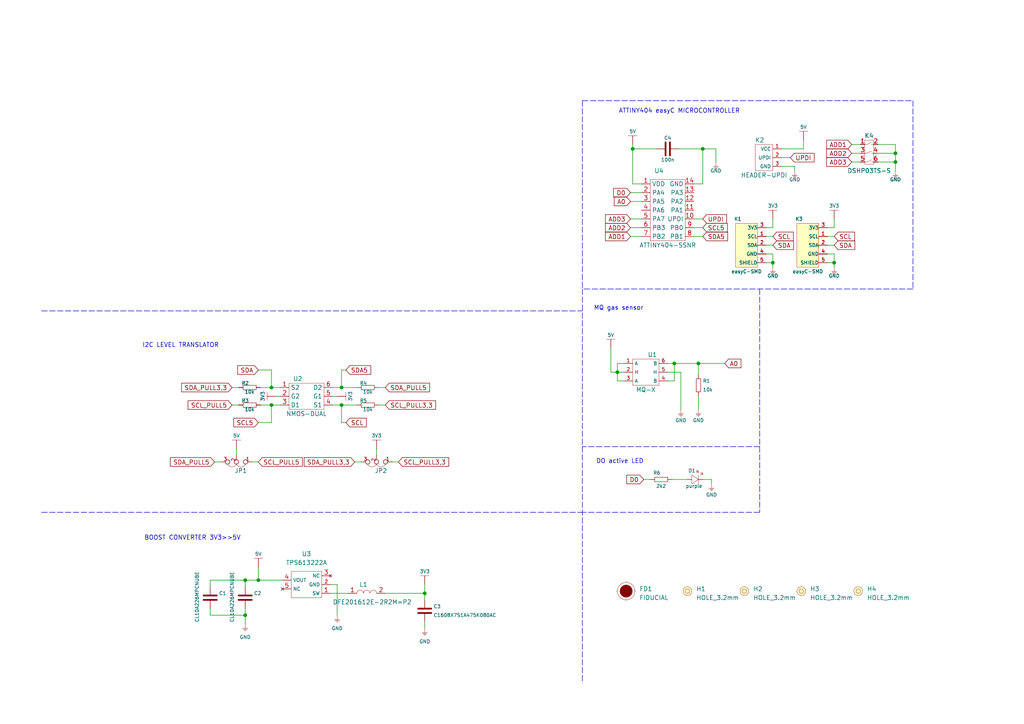
<source format=kicad_sch>
(kicad_sch (version 20211123) (generator eeschema)

  (uuid 82d13a50-9821-40ba-a76e-b4d94ab0a9fe)

  (paper "A4")

  (title_block
    (title "Hydrogen Sulfide sensor MQ136 breakout with easyC")
    (date "2021-08-26")
    (rev "V1.1.1.")
    (company "SOLDERED")
    (comment 1 "333126")
  )

  (lib_symbols
    (symbol "e-radionica.com schematics:0402LED" (pin_numbers hide) (pin_names (offset 0.254) hide) (in_bom yes) (on_board yes)
      (property "Reference" "D" (id 0) (at -0.635 2.54 0)
        (effects (font (size 1 1)))
      )
      (property "Value" "0402LED" (id 1) (at 0 -2.54 0)
        (effects (font (size 1 1)))
      )
      (property "Footprint" "e-radionica.com footprinti:0402LED" (id 2) (at 0 5.08 0)
        (effects (font (size 1 1)) hide)
      )
      (property "Datasheet" "" (id 3) (at 0 0 0)
        (effects (font (size 1 1)) hide)
      )
      (property "Package" "0402" (id 4) (at 0 0 0)
        (effects (font (size 1.27 1.27)) hide)
      )
      (symbol "0402LED_0_1"
        (polyline
          (pts
            (xy -0.635 1.27)
            (xy 1.27 0)
          )
          (stroke (width 0.0006) (type default) (color 0 0 0 0))
          (fill (type none))
        )
        (polyline
          (pts
            (xy 0.635 1.905)
            (xy 1.27 2.54)
          )
          (stroke (width 0.0006) (type default) (color 0 0 0 0))
          (fill (type none))
        )
        (polyline
          (pts
            (xy 1.27 1.27)
            (xy 1.27 -1.27)
          )
          (stroke (width 0.0006) (type default) (color 0 0 0 0))
          (fill (type none))
        )
        (polyline
          (pts
            (xy 1.905 1.27)
            (xy 2.54 1.905)
          )
          (stroke (width 0.0006) (type default) (color 0 0 0 0))
          (fill (type none))
        )
        (polyline
          (pts
            (xy -0.635 1.27)
            (xy -0.635 -1.27)
            (xy 1.27 0)
          )
          (stroke (width 0.0006) (type default) (color 0 0 0 0))
          (fill (type none))
        )
        (polyline
          (pts
            (xy 1.27 2.54)
            (xy 0.635 2.54)
            (xy 1.27 1.905)
            (xy 1.27 2.54)
          )
          (stroke (width 0.0006) (type default) (color 0 0 0 0))
          (fill (type none))
        )
        (polyline
          (pts
            (xy 2.54 1.905)
            (xy 1.905 1.905)
            (xy 2.54 1.27)
            (xy 2.54 1.905)
          )
          (stroke (width 0.0006) (type default) (color 0 0 0 0))
          (fill (type none))
        )
      )
      (symbol "0402LED_1_1"
        (pin passive line (at -1.905 0 0) (length 1.27)
          (name "A" (effects (font (size 1.27 1.27))))
          (number "1" (effects (font (size 1.27 1.27))))
        )
        (pin passive line (at 2.54 0 180) (length 1.27)
          (name "K" (effects (font (size 1.27 1.27))))
          (number "2" (effects (font (size 1.27 1.27))))
        )
      )
    )
    (symbol "e-radionica.com schematics:0402R" (pin_numbers hide) (pin_names (offset 0.254)) (in_bom yes) (on_board yes)
      (property "Reference" "R" (id 0) (at -1.905 1.27 0)
        (effects (font (size 1 1)))
      )
      (property "Value" "0402R" (id 1) (at 0 -1.27 0)
        (effects (font (size 1 1)))
      )
      (property "Footprint" "e-radionica.com footprinti:0402R" (id 2) (at -2.54 1.905 0)
        (effects (font (size 1 1)) hide)
      )
      (property "Datasheet" "" (id 3) (at -2.54 1.905 0)
        (effects (font (size 1 1)) hide)
      )
      (symbol "0402R_0_1"
        (rectangle (start -1.905 -0.635) (end 1.905 -0.6604)
          (stroke (width 0.1) (type default) (color 0 0 0 0))
          (fill (type none))
        )
        (rectangle (start -1.905 0.635) (end -1.8796 -0.635)
          (stroke (width 0.1) (type default) (color 0 0 0 0))
          (fill (type none))
        )
        (rectangle (start -1.905 0.635) (end 1.905 0.6096)
          (stroke (width 0.1) (type default) (color 0 0 0 0))
          (fill (type none))
        )
        (rectangle (start 1.905 0.635) (end 1.9304 -0.635)
          (stroke (width 0.1) (type default) (color 0 0 0 0))
          (fill (type none))
        )
      )
      (symbol "0402R_1_1"
        (pin passive line (at -3.175 0 0) (length 1.27)
          (name "~" (effects (font (size 1.27 1.27))))
          (number "1" (effects (font (size 1.27 1.27))))
        )
        (pin passive line (at 3.175 0 180) (length 1.27)
          (name "~" (effects (font (size 1.27 1.27))))
          (number "2" (effects (font (size 1.27 1.27))))
        )
      )
    )
    (symbol "e-radionica.com schematics:0603C" (pin_numbers hide) (pin_names (offset 0.002)) (in_bom yes) (on_board yes)
      (property "Reference" "C" (id 0) (at -0.635 3.175 0)
        (effects (font (size 1 1)))
      )
      (property "Value" "0603C" (id 1) (at 0 -3.175 0)
        (effects (font (size 1 1)))
      )
      (property "Footprint" "e-radionica.com footprinti:0603C" (id 2) (at 0 0 0)
        (effects (font (size 1 1)) hide)
      )
      (property "Datasheet" "" (id 3) (at 0 0 0)
        (effects (font (size 1 1)) hide)
      )
      (symbol "0603C_0_1"
        (polyline
          (pts
            (xy -0.635 1.905)
            (xy -0.635 -1.905)
          )
          (stroke (width 0.5) (type default) (color 0 0 0 0))
          (fill (type none))
        )
        (polyline
          (pts
            (xy 0.635 1.905)
            (xy 0.635 -1.905)
          )
          (stroke (width 0.5) (type default) (color 0 0 0 0))
          (fill (type none))
        )
      )
      (symbol "0603C_1_1"
        (pin passive line (at -3.175 0 0) (length 2.54)
          (name "~" (effects (font (size 1.27 1.27))))
          (number "1" (effects (font (size 1.27 1.27))))
        )
        (pin passive line (at 3.175 0 180) (length 2.54)
          (name "~" (effects (font (size 1.27 1.27))))
          (number "2" (effects (font (size 1.27 1.27))))
        )
      )
    )
    (symbol "e-radionica.com schematics:0603R" (pin_numbers hide) (pin_names (offset 0.254)) (in_bom yes) (on_board yes)
      (property "Reference" "R" (id 0) (at -1.905 1.905 0)
        (effects (font (size 1 1)))
      )
      (property "Value" "0603R" (id 1) (at 0 -1.905 0)
        (effects (font (size 1 1)))
      )
      (property "Footprint" "e-radionica.com footprinti:0603R" (id 2) (at -0.635 1.905 0)
        (effects (font (size 1 1)) hide)
      )
      (property "Datasheet" "" (id 3) (at -0.635 1.905 0)
        (effects (font (size 1 1)) hide)
      )
      (symbol "0603R_0_1"
        (rectangle (start -1.905 -0.635) (end 1.905 -0.6604)
          (stroke (width 0.1) (type default) (color 0 0 0 0))
          (fill (type none))
        )
        (rectangle (start -1.905 0.635) (end -1.8796 -0.635)
          (stroke (width 0.1) (type default) (color 0 0 0 0))
          (fill (type none))
        )
        (rectangle (start -1.905 0.635) (end 1.905 0.6096)
          (stroke (width 0.1) (type default) (color 0 0 0 0))
          (fill (type none))
        )
        (rectangle (start 1.905 0.635) (end 1.9304 -0.635)
          (stroke (width 0.1) (type default) (color 0 0 0 0))
          (fill (type none))
        )
      )
      (symbol "0603R_1_1"
        (pin passive line (at -3.175 0 0) (length 1.27)
          (name "~" (effects (font (size 1.27 1.27))))
          (number "1" (effects (font (size 1.27 1.27))))
        )
        (pin passive line (at 3.175 0 180) (length 1.27)
          (name "~" (effects (font (size 1.27 1.27))))
          (number "2" (effects (font (size 1.27 1.27))))
        )
      )
    )
    (symbol "e-radionica.com schematics:0805C" (pin_numbers hide) (in_bom yes) (on_board yes)
      (property "Reference" "C" (id 0) (at -0.635 3.175 0)
        (effects (font (size 1 1)))
      )
      (property "Value" "0805C" (id 1) (at 0 -3.175 0)
        (effects (font (size 1 1)))
      )
      (property "Footprint" "e-radionica.com footprinti:0805C" (id 2) (at 0 0 0)
        (effects (font (size 1 1)) hide)
      )
      (property "Datasheet" "" (id 3) (at 0 0 0)
        (effects (font (size 1 1)) hide)
      )
      (symbol "0805C_0_1"
        (polyline
          (pts
            (xy -0.635 1.905)
            (xy -0.635 -1.905)
          )
          (stroke (width 0.5) (type default) (color 0 0 0 0))
          (fill (type none))
        )
        (polyline
          (pts
            (xy 0.635 1.905)
            (xy 0.635 -1.905)
          )
          (stroke (width 0.5) (type default) (color 0 0 0 0))
          (fill (type none))
        )
      )
      (symbol "0805C_1_1"
        (pin passive line (at -3.175 0 0) (length 2.54)
          (name "~" (effects (font (size 1.27 1.27))))
          (number "1" (effects (font (size 1.27 1.27))))
        )
        (pin passive line (at 3.175 0 180) (length 2.54)
          (name "~" (effects (font (size 1.27 1.27))))
          (number "2" (effects (font (size 1.27 1.27))))
        )
      )
    )
    (symbol "e-radionica.com schematics:0806L" (in_bom yes) (on_board yes)
      (property "Reference" "L" (id 0) (at 0 1.905 0)
        (effects (font (size 1.27 1.27)))
      )
      (property "Value" "0806L" (id 1) (at 0 -1.27 0)
        (effects (font (size 1.27 1.27)))
      )
      (property "Footprint" "e-radionica.com footprinti:0806L" (id 2) (at 0 -2.54 0)
        (effects (font (size 1.27 1.27)) hide)
      )
      (property "Datasheet" "" (id 3) (at 0 -1.27 0)
        (effects (font (size 1.27 1.27)) hide)
      )
      (symbol "0806L_0_1"
        (arc (start -1.27 0) (mid -2.2225 0.9388) (end -3.175 0)
          (stroke (width 0.0006) (type default) (color 0 0 0 0))
          (fill (type none))
        )
        (arc (start 0.635 0) (mid -0.3175 0.9388) (end -1.27 0)
          (stroke (width 0.0006) (type default) (color 0 0 0 0))
          (fill (type none))
        )
        (arc (start 2.54 0) (mid 1.5875 0.9388) (end 0.635 0)
          (stroke (width 0.0006) (type default) (color 0 0 0 0))
          (fill (type none))
        )
      )
      (symbol "0806L_1_1"
        (pin passive line (at -5.715 0 0) (length 2.54)
          (name "" (effects (font (size 1.27 1.27))))
          (number "1" (effects (font (size 1.27 1.27))))
        )
        (pin passive line (at 5.08 0 180) (length 2.54)
          (name "" (effects (font (size 1.27 1.27))))
          (number "2" (effects (font (size 1.27 1.27))))
        )
      )
    )
    (symbol "e-radionica.com schematics:3V3" (power) (pin_names (offset 0)) (in_bom yes) (on_board yes)
      (property "Reference" "#PWR" (id 0) (at 4.445 0 0)
        (effects (font (size 1 1)) hide)
      )
      (property "Value" "3V3" (id 1) (at 0 3.556 0)
        (effects (font (size 1 1)))
      )
      (property "Footprint" "" (id 2) (at 4.445 3.81 0)
        (effects (font (size 1 1)) hide)
      )
      (property "Datasheet" "" (id 3) (at 4.445 3.81 0)
        (effects (font (size 1 1)) hide)
      )
      (property "ki_keywords" "power-flag" (id 4) (at 0 0 0)
        (effects (font (size 1.27 1.27)) hide)
      )
      (property "ki_description" "Power symbol creates a global label with name \"+3V3\"" (id 5) (at 0 0 0)
        (effects (font (size 1.27 1.27)) hide)
      )
      (symbol "3V3_0_1"
        (polyline
          (pts
            (xy -1.27 2.54)
            (xy 1.27 2.54)
          )
          (stroke (width 0.0006) (type default) (color 0 0 0 0))
          (fill (type none))
        )
        (polyline
          (pts
            (xy 0 0)
            (xy 0 2.54)
          )
          (stroke (width 0) (type default) (color 0 0 0 0))
          (fill (type none))
        )
      )
      (symbol "3V3_1_1"
        (pin power_in line (at 0 0 90) (length 0) hide
          (name "3V3" (effects (font (size 1.27 1.27))))
          (number "1" (effects (font (size 1.27 1.27))))
        )
      )
    )
    (symbol "e-radionica.com schematics:5V" (power) (pin_names (offset 0)) (in_bom yes) (on_board yes)
      (property "Reference" "#PWR" (id 0) (at 4.445 0 0)
        (effects (font (size 1 1)) hide)
      )
      (property "Value" "5V" (id 1) (at 0 3.556 0)
        (effects (font (size 1 1)))
      )
      (property "Footprint" "" (id 2) (at 4.445 3.81 0)
        (effects (font (size 1 1)) hide)
      )
      (property "Datasheet" "" (id 3) (at 4.445 3.81 0)
        (effects (font (size 1 1)) hide)
      )
      (property "ki_keywords" "power-flag" (id 4) (at 0 0 0)
        (effects (font (size 1.27 1.27)) hide)
      )
      (property "ki_description" "Power symbol creates a global label with name \"+3V3\"" (id 5) (at 0 0 0)
        (effects (font (size 1.27 1.27)) hide)
      )
      (symbol "5V_0_1"
        (polyline
          (pts
            (xy -1.27 2.54)
            (xy 1.27 2.54)
          )
          (stroke (width 0.0006) (type default) (color 0 0 0 0))
          (fill (type none))
        )
        (polyline
          (pts
            (xy 0 0)
            (xy 0 2.54)
          )
          (stroke (width 0) (type default) (color 0 0 0 0))
          (fill (type none))
        )
      )
      (symbol "5V_1_1"
        (pin power_in line (at 0 0 90) (length 0) hide
          (name "5V" (effects (font (size 1.27 1.27))))
          (number "1" (effects (font (size 1.27 1.27))))
        )
      )
    )
    (symbol "e-radionica.com schematics:ATTINY404-SSNR" (in_bom yes) (on_board yes)
      (property "Reference" "U" (id 0) (at -5.08 10.16 0)
        (effects (font (size 1.27 1.27)))
      )
      (property "Value" "ATTINY404-SSNR" (id 1) (at 0 -10.16 0)
        (effects (font (size 1.27 1.27)))
      )
      (property "Footprint" "e-radionica.com footprinti:SOIC-14" (id 2) (at 0 -11.43 0)
        (effects (font (size 1.27 1.27)) hide)
      )
      (property "Datasheet" "" (id 3) (at 0 -2.54 0)
        (effects (font (size 1.27 1.27)) hide)
      )
      (symbol "ATTINY404-SSNR_0_1"
        (rectangle (start -5.08 8.89) (end 5.08 -8.89)
          (stroke (width 0.0006) (type default) (color 0 0 0 0))
          (fill (type none))
        )
      )
      (symbol "ATTINY404-SSNR_1_1"
        (pin power_in line (at -7.62 7.62 0) (length 2.54)
          (name "VDD" (effects (font (size 1.27 1.27))))
          (number "1" (effects (font (size 1.27 1.27))))
        )
        (pin bidirectional line (at 7.62 -2.54 180) (length 2.54)
          (name "UPDI" (effects (font (size 1.27 1.27))))
          (number "10" (effects (font (size 1.27 1.27))))
        )
        (pin bidirectional line (at 7.62 0 180) (length 2.54)
          (name "PA1" (effects (font (size 1.27 1.27))))
          (number "11" (effects (font (size 1.27 1.27))))
        )
        (pin bidirectional line (at 7.62 2.54 180) (length 2.54)
          (name "PA2" (effects (font (size 1.27 1.27))))
          (number "12" (effects (font (size 1.27 1.27))))
        )
        (pin bidirectional line (at 7.62 5.08 180) (length 2.54)
          (name "PA3" (effects (font (size 1.27 1.27))))
          (number "13" (effects (font (size 1.27 1.27))))
        )
        (pin power_in line (at 7.62 7.62 180) (length 2.54)
          (name "GND" (effects (font (size 1.27 1.27))))
          (number "14" (effects (font (size 1.27 1.27))))
        )
        (pin bidirectional line (at -7.62 5.08 0) (length 2.54)
          (name "PA4" (effects (font (size 1.27 1.27))))
          (number "2" (effects (font (size 1.27 1.27))))
        )
        (pin bidirectional line (at -7.62 2.54 0) (length 2.54)
          (name "PA5" (effects (font (size 1.27 1.27))))
          (number "3" (effects (font (size 1.27 1.27))))
        )
        (pin bidirectional line (at -7.62 0 0) (length 2.54)
          (name "PA6" (effects (font (size 1.27 1.27))))
          (number "4" (effects (font (size 1.27 1.27))))
        )
        (pin bidirectional line (at -7.62 -2.54 0) (length 2.54)
          (name "PA7" (effects (font (size 1.27 1.27))))
          (number "5" (effects (font (size 1.27 1.27))))
        )
        (pin bidirectional line (at -7.62 -5.08 0) (length 2.54)
          (name "PB3" (effects (font (size 1.27 1.27))))
          (number "6" (effects (font (size 1.27 1.27))))
        )
        (pin bidirectional line (at -7.62 -7.62 0) (length 2.54)
          (name "PB2" (effects (font (size 1.27 1.27))))
          (number "7" (effects (font (size 1.27 1.27))))
        )
        (pin bidirectional line (at 7.62 -7.62 180) (length 2.54)
          (name "PB1" (effects (font (size 1.27 1.27))))
          (number "8" (effects (font (size 1.27 1.27))))
        )
        (pin bidirectional line (at 7.62 -5.08 180) (length 2.54)
          (name "PB0" (effects (font (size 1.27 1.27))))
          (number "9" (effects (font (size 1.27 1.27))))
        )
      )
    )
    (symbol "e-radionica.com schematics:DSHP03TS-S" (in_bom yes) (on_board yes)
      (property "Reference" "K" (id 0) (at 0 5.08 0)
        (effects (font (size 1.27 1.27)))
      )
      (property "Value" "DSHP03TS-S" (id 1) (at 0 -5.08 0)
        (effects (font (size 1.27 1.27)))
      )
      (property "Footprint" "e-radionica.com footprinti:DSHP03TS-S" (id 2) (at -1.27 -7.62 0)
        (effects (font (size 1.27 1.27)) hide)
      )
      (property "Datasheet" "" (id 3) (at 0 0 0)
        (effects (font (size 1.27 1.27)) hide)
      )
      (property "ki_keywords" "DIP SW SWITCH " (id 4) (at 0 0 0)
        (effects (font (size 1.27 1.27)) hide)
      )
      (symbol "DSHP03TS-S_0_1"
        (rectangle (start -1.27 3.81) (end 1.27 -3.175)
          (stroke (width 0.0006) (type default) (color 0 0 0 0))
          (fill (type none))
        )
        (polyline
          (pts
            (xy 1.27 -2.54)
            (xy 0.635 -2.54)
          )
          (stroke (width 0.0006) (type default) (color 0 0 0 0))
          (fill (type none))
        )
        (polyline
          (pts
            (xy 1.27 0)
            (xy 0.635 0)
          )
          (stroke (width 0.0006) (type default) (color 0 0 0 0))
          (fill (type none))
        )
        (polyline
          (pts
            (xy 1.27 2.54)
            (xy 0.635 2.54)
          )
          (stroke (width 0.0006) (type default) (color 0 0 0 0))
          (fill (type none))
        )
        (polyline
          (pts
            (xy -1.27 -2.54)
            (xy -0.635 -2.54)
            (xy 0.635 -1.905)
          )
          (stroke (width 0.0006) (type default) (color 0 0 0 0))
          (fill (type none))
        )
        (polyline
          (pts
            (xy -1.27 0)
            (xy -0.635 0)
            (xy 0.635 0.635)
          )
          (stroke (width 0.0006) (type default) (color 0 0 0 0))
          (fill (type none))
        )
        (polyline
          (pts
            (xy -1.27 2.54)
            (xy -0.635 2.54)
            (xy 0.635 3.175)
          )
          (stroke (width 0.0006) (type default) (color 0 0 0 0))
          (fill (type none))
        )
      )
      (symbol "DSHP03TS-S_1_1"
        (pin bidirectional line (at -2.54 2.54 0) (length 1.27)
          (name "~" (effects (font (size 1.27 1.27))))
          (number "1" (effects (font (size 1.27 1.27))))
        )
        (pin bidirectional line (at 2.54 2.54 180) (length 1.27)
          (name "~" (effects (font (size 1.27 1.27))))
          (number "2" (effects (font (size 1.27 1.27))))
        )
        (pin bidirectional line (at -2.54 0 0) (length 1.27)
          (name "~" (effects (font (size 1.27 1.27))))
          (number "3" (effects (font (size 1.27 1.27))))
        )
        (pin bidirectional line (at 2.54 0 180) (length 1.27)
          (name "~" (effects (font (size 1.27 1.27))))
          (number "4" (effects (font (size 1.27 1.27))))
        )
        (pin bidirectional line (at -2.54 -2.54 0) (length 1.27)
          (name "~" (effects (font (size 1.27 1.27))))
          (number "5" (effects (font (size 1.27 1.27))))
        )
        (pin bidirectional line (at 2.54 -2.54 180) (length 1.27)
          (name "~" (effects (font (size 1.27 1.27))))
          (number "6" (effects (font (size 1.27 1.27))))
        )
      )
    )
    (symbol "e-radionica.com schematics:FIDUCIAL" (in_bom no) (on_board yes)
      (property "Reference" "FD" (id 0) (at 0 3.81 0)
        (effects (font (size 1.27 1.27)))
      )
      (property "Value" "FIDUCIAL" (id 1) (at 0 -3.81 0)
        (effects (font (size 1.27 1.27)))
      )
      (property "Footprint" "e-radionica.com footprinti:FIDUCIAL_23" (id 2) (at 0.254 -5.334 0)
        (effects (font (size 1.27 1.27)) hide)
      )
      (property "Datasheet" "" (id 3) (at 0 0 0)
        (effects (font (size 1.27 1.27)) hide)
      )
      (symbol "FIDUCIAL_0_1"
        (polyline
          (pts
            (xy -2.54 0)
            (xy -2.794 0)
          )
          (stroke (width 0.0006) (type default) (color 0 0 0 0))
          (fill (type none))
        )
        (polyline
          (pts
            (xy 0 -2.54)
            (xy 0 -2.794)
          )
          (stroke (width 0.0006) (type default) (color 0 0 0 0))
          (fill (type none))
        )
        (polyline
          (pts
            (xy 0 2.54)
            (xy 0 2.794)
          )
          (stroke (width 0.0006) (type default) (color 0 0 0 0))
          (fill (type none))
        )
        (polyline
          (pts
            (xy 2.54 0)
            (xy 2.794 0)
          )
          (stroke (width 0.0006) (type default) (color 0 0 0 0))
          (fill (type none))
        )
        (circle (center 0 0) (radius 1.7961)
          (stroke (width 0.001) (type default) (color 0 0 0 0))
          (fill (type outline))
        )
        (circle (center 0 0) (radius 2.54)
          (stroke (width 0.0006) (type default) (color 0 0 0 0))
          (fill (type none))
        )
      )
    )
    (symbol "e-radionica.com schematics:GND" (power) (pin_names (offset 0)) (in_bom yes) (on_board yes)
      (property "Reference" "#PWR" (id 0) (at 4.445 0 0)
        (effects (font (size 1 1)) hide)
      )
      (property "Value" "GND" (id 1) (at 0 -2.921 0)
        (effects (font (size 1 1)))
      )
      (property "Footprint" "" (id 2) (at 4.445 3.81 0)
        (effects (font (size 1 1)) hide)
      )
      (property "Datasheet" "" (id 3) (at 4.445 3.81 0)
        (effects (font (size 1 1)) hide)
      )
      (property "ki_keywords" "power-flag" (id 4) (at 0 0 0)
        (effects (font (size 1.27 1.27)) hide)
      )
      (property "ki_description" "Power symbol creates a global label with name \"GND\"" (id 5) (at 0 0 0)
        (effects (font (size 1.27 1.27)) hide)
      )
      (symbol "GND_0_1"
        (polyline
          (pts
            (xy -0.762 -1.27)
            (xy 0.762 -1.27)
          )
          (stroke (width 0.0006) (type default) (color 0 0 0 0))
          (fill (type none))
        )
        (polyline
          (pts
            (xy -0.635 -1.524)
            (xy 0.635 -1.524)
          )
          (stroke (width 0.0006) (type default) (color 0 0 0 0))
          (fill (type none))
        )
        (polyline
          (pts
            (xy -0.381 -1.778)
            (xy 0.381 -1.778)
          )
          (stroke (width 0.0006) (type default) (color 0 0 0 0))
          (fill (type none))
        )
        (polyline
          (pts
            (xy -0.127 -2.032)
            (xy 0.127 -2.032)
          )
          (stroke (width 0.0006) (type default) (color 0 0 0 0))
          (fill (type none))
        )
        (polyline
          (pts
            (xy 0 0)
            (xy 0 -1.27)
          )
          (stroke (width 0.0006) (type default) (color 0 0 0 0))
          (fill (type none))
        )
      )
      (symbol "GND_1_1"
        (pin power_in line (at 0 0 270) (length 0) hide
          (name "GND" (effects (font (size 1.27 1.27))))
          (number "1" (effects (font (size 1.27 1.27))))
        )
      )
    )
    (symbol "e-radionica.com schematics:HEADER-UPDI" (in_bom yes) (on_board yes)
      (property "Reference" "K" (id 0) (at -1.27 5.08 0)
        (effects (font (size 1.27 1.27)))
      )
      (property "Value" "HEADER-UPDI" (id 1) (at 0 -5.08 0)
        (effects (font (size 1.27 1.27)))
      )
      (property "Footprint" "e-radionica.com footprinti:HEADER-UPDI" (id 2) (at 2.54 -7.62 0)
        (effects (font (size 1.27 1.27)) hide)
      )
      (property "Datasheet" "" (id 3) (at 2.54 0 0)
        (effects (font (size 1.27 1.27)) hide)
      )
      (symbol "HEADER-UPDI_0_1"
        (rectangle (start -2.54 3.81) (end 2.54 -3.81)
          (stroke (width 0.0006) (type default) (color 0 0 0 0))
          (fill (type none))
        )
      )
      (symbol "HEADER-UPDI_1_1"
        (pin power_in line (at 5.08 2.54 180) (length 2.54)
          (name "VCC" (effects (font (size 1 1))))
          (number "1" (effects (font (size 1 1))))
        )
        (pin bidirectional line (at 5.08 0 180) (length 2.54)
          (name "UPDI" (effects (font (size 1 1))))
          (number "2" (effects (font (size 1 1))))
        )
        (pin power_in line (at 5.08 -2.54 180) (length 2.54)
          (name "GND" (effects (font (size 1 1))))
          (number "3" (effects (font (size 1 1))))
        )
      )
    )
    (symbol "e-radionica.com schematics:HOLE_3.2mm" (pin_numbers hide) (pin_names hide) (in_bom yes) (on_board yes)
      (property "Reference" "H" (id 0) (at 0 2.54 0)
        (effects (font (size 1.27 1.27)))
      )
      (property "Value" "HOLE_3.2mm" (id 1) (at 0 -2.54 0)
        (effects (font (size 1.27 1.27)))
      )
      (property "Footprint" "e-radionica.com footprinti:HOLE_3.2mm" (id 2) (at 0 0 0)
        (effects (font (size 1.27 1.27)) hide)
      )
      (property "Datasheet" "" (id 3) (at 0 0 0)
        (effects (font (size 1.27 1.27)) hide)
      )
      (symbol "HOLE_3.2mm_0_1"
        (circle (center 0 0) (radius 0.635)
          (stroke (width 0.0006) (type default) (color 0 0 0 0))
          (fill (type none))
        )
        (circle (center 0 0) (radius 1.27)
          (stroke (width 0.001) (type default) (color 0 0 0 0))
          (fill (type background))
        )
      )
    )
    (symbol "e-radionica.com schematics:MQ" (in_bom yes) (on_board yes)
      (property "Reference" "U" (id 0) (at 0 5.08 0)
        (effects (font (size 1.27 1.27)))
      )
      (property "Value" "MQ" (id 1) (at 0 -5.08 0)
        (effects (font (size 1.27 1.27)))
      )
      (property "Footprint" "e-radionica.com footprinti:MQ" (id 2) (at 2.286 0 0)
        (effects (font (size 1.27 1.27)) hide)
      )
      (property "Datasheet" "" (id 3) (at 2.286 0 0)
        (effects (font (size 1.27 1.27)) hide)
      )
      (symbol "MQ_0_1"
        (rectangle (start -3.81 3.81) (end 3.81 -3.81)
          (stroke (width 0.0006) (type default) (color 0 0 0 0))
          (fill (type none))
        )
      )
      (symbol "MQ_1_1"
        (pin input line (at -6.35 2.54 0) (length 2.54)
          (name "A" (effects (font (size 1 1))))
          (number "1" (effects (font (size 1 1))))
        )
        (pin input line (at -6.35 0 0) (length 2.54)
          (name "H" (effects (font (size 1 1))))
          (number "2" (effects (font (size 1 1))))
        )
        (pin input line (at -6.35 -2.54 0) (length 2.54)
          (name "A" (effects (font (size 1 1))))
          (number "3" (effects (font (size 1 1))))
        )
        (pin input line (at 6.35 -2.54 180) (length 2.54)
          (name "B" (effects (font (size 1 1))))
          (number "4" (effects (font (size 1 1))))
        )
        (pin input line (at 6.35 0 180) (length 2.54)
          (name "H" (effects (font (size 1 1))))
          (number "5" (effects (font (size 1 1))))
        )
        (pin input line (at 6.35 2.54 180) (length 2.54)
          (name "B" (effects (font (size 1 1))))
          (number "6" (effects (font (size 1 1))))
        )
      )
    )
    (symbol "e-radionica.com schematics:NMOS-DUAL" (in_bom yes) (on_board yes)
      (property "Reference" "U" (id 0) (at -3.81 5.08 0)
        (effects (font (size 1.27 1.27)))
      )
      (property "Value" "NMOS-DUAL" (id 1) (at 0 -5.08 0)
        (effects (font (size 1.27 1.27)))
      )
      (property "Footprint" "e-radionica.com footprinti:SOT-363" (id 2) (at 0 -7.62 0)
        (effects (font (size 1.27 1.27)) hide)
      )
      (property "Datasheet" "" (id 3) (at 0 -2.54 0)
        (effects (font (size 1.27 1.27)) hide)
      )
      (symbol "NMOS-DUAL_0_1"
        (rectangle (start -5.08 3.81) (end 5.08 -3.81)
          (stroke (width 0.0006) (type default) (color 0 0 0 0))
          (fill (type none))
        )
      )
      (symbol "NMOS-DUAL_1_1"
        (pin input line (at -7.62 2.54 0) (length 2.54)
          (name "S2" (effects (font (size 1.27 1.27))))
          (number "1" (effects (font (size 1.27 1.27))))
        )
        (pin input line (at -7.62 0 0) (length 2.54)
          (name "G2" (effects (font (size 1.27 1.27))))
          (number "2" (effects (font (size 1.27 1.27))))
        )
        (pin input line (at -7.62 -2.54 0) (length 2.54)
          (name "D1" (effects (font (size 1.27 1.27))))
          (number "3" (effects (font (size 1.27 1.27))))
        )
        (pin input line (at 7.62 -2.54 180) (length 2.54)
          (name "S1" (effects (font (size 1.27 1.27))))
          (number "4" (effects (font (size 1.27 1.27))))
        )
        (pin input line (at 7.62 0 180) (length 2.54)
          (name "G1" (effects (font (size 1.27 1.27))))
          (number "5" (effects (font (size 1.27 1.27))))
        )
        (pin input line (at 7.62 2.54 180) (length 2.54)
          (name "D2" (effects (font (size 1.27 1.27))))
          (number "6" (effects (font (size 1.27 1.27))))
        )
      )
    )
    (symbol "e-radionica.com schematics:SMD_JUMPER_3_PAD_TRACE" (in_bom yes) (on_board yes)
      (property "Reference" "JP" (id 0) (at 0.0254 5.461 0)
        (effects (font (size 1.27 1.27)))
      )
      (property "Value" "SMD_JUMPER_3_PAD_TRACE" (id 1) (at 0.3048 -4.572 0)
        (effects (font (size 1.27 1.27)))
      )
      (property "Footprint" "e-radionica.com footprinti:SMD_JUMPER_3_PAD_TRACE" (id 2) (at 0 -1.27 0)
        (effects (font (size 1.27 1.27)) hide)
      )
      (property "Datasheet" "" (id 3) (at 0 0 0)
        (effects (font (size 1.27 1.27)) hide)
      )
      (symbol "SMD_JUMPER_3_PAD_TRACE_0_1"
        (arc (start 0 0.5842) (mid -1.2996 1.4721) (end -2.6162 0.6096)
          (stroke (width 0.0006) (type default) (color 0 0 0 0))
          (fill (type none))
        )
        (arc (start 2.5908 0.6604) (mid 1.2796 1.4379) (end 0 0.6096)
          (stroke (width 0.0006) (type default) (color 0 0 0 0))
          (fill (type none))
        )
      )
      (symbol "SMD_JUMPER_3_PAD_TRACE_1_1"
        (pin passive inverted (at -4.5212 -0.0254 0) (length 2.54)
          (name "" (effects (font (size 1 1))))
          (number "1" (effects (font (size 1 1))))
        )
        (pin passive inverted (at 0.0254 -1.9304 90) (length 2.54)
          (name "" (effects (font (size 1 1))))
          (number "2" (effects (font (size 1 1))))
        )
        (pin passive inverted (at 4.4704 0 180) (length 2.54)
          (name "" (effects (font (size 1 1))))
          (number "3" (effects (font (size 1 1))))
        )
      )
    )
    (symbol "e-radionica.com schematics:TPS613222A" (in_bom yes) (on_board yes)
      (property "Reference" "U" (id 0) (at 0 5.08 0)
        (effects (font (size 1.27 1.27)))
      )
      (property "Value" "TPS613222A" (id 1) (at 0 -5.08 0)
        (effects (font (size 1.27 1.27)))
      )
      (property "Footprint" "e-radionica.com footprinti:tps613222a" (id 2) (at -0.635 0 0)
        (effects (font (size 1.27 1.27)) hide)
      )
      (property "Datasheet" "" (id 3) (at -0.635 0 0)
        (effects (font (size 1.27 1.27)) hide)
      )
      (symbol "TPS613222A_0_1"
        (rectangle (start -4.445 3.81) (end 4.445 -3.81)
          (stroke (width 0.0006) (type default) (color 0 0 0 0))
          (fill (type none))
        )
      )
      (symbol "TPS613222A_1_1"
        (pin passive line (at 6.985 -2.54 180) (length 2.54)
          (name "SW" (effects (font (size 1 1))))
          (number "1" (effects (font (size 1.27 1.27))))
        )
        (pin passive line (at 6.985 0 180) (length 2.54)
          (name "GND" (effects (font (size 1 1))))
          (number "2" (effects (font (size 1 1))))
        )
        (pin no_connect line (at 6.985 2.54 180) (length 2.54)
          (name "NC" (effects (font (size 1 1))))
          (number "3" (effects (font (size 1.27 1.27))))
        )
        (pin passive line (at -6.985 1.27 0) (length 2.54)
          (name "VOUT" (effects (font (size 1 1))))
          (number "4" (effects (font (size 1.27 1.27))))
        )
        (pin no_connect line (at -6.985 -1.27 0) (length 2.54)
          (name "NC" (effects (font (size 1 1))))
          (number "5" (effects (font (size 1.27 1.27))))
        )
      )
    )
    (symbol "e-radionica.com schematics:easyC-SMD" (pin_names (offset 0.002)) (in_bom yes) (on_board yes)
      (property "Reference" "K" (id 0) (at -2.54 10.16 0)
        (effects (font (size 1 1)))
      )
      (property "Value" "easyC-SMD" (id 1) (at 0 -5.08 0)
        (effects (font (size 1 1)))
      )
      (property "Footprint" "e-radionica.com footprinti:easyC-connector" (id 2) (at 3.175 2.54 0)
        (effects (font (size 1 1)) hide)
      )
      (property "Datasheet" "" (id 3) (at 3.175 2.54 0)
        (effects (font (size 1 1)) hide)
      )
      (symbol "easyC-SMD_0_1"
        (rectangle (start -3.175 8.89) (end 3.175 -3.81)
          (stroke (width 0.001) (type default) (color 0 0 0 0))
          (fill (type background))
        )
      )
      (symbol "easyC-SMD_1_1"
        (pin passive line (at 5.715 5.08 180) (length 2.54)
          (name "SCL" (effects (font (size 1 1))))
          (number "1" (effects (font (size 1 1))))
        )
        (pin passive line (at 5.715 2.54 180) (length 2.54)
          (name "SDA" (effects (font (size 1 1))))
          (number "2" (effects (font (size 1 1))))
        )
        (pin passive line (at 5.715 7.62 180) (length 2.54)
          (name "3V3" (effects (font (size 1 1))))
          (number "3" (effects (font (size 1 1))))
        )
        (pin passive line (at 5.715 0 180) (length 2.54)
          (name "GND" (effects (font (size 1 1))))
          (number "4" (effects (font (size 1 1))))
        )
        (pin passive line (at 5.715 -2.54 180) (length 2.54)
          (name "SHIELD" (effects (font (size 1 1))))
          (number "5" (effects (font (size 1 1))))
        )
      )
    )
  )

  (junction (at 179.07 107.95) (diameter 0.9144) (color 0 0 0 0)
    (uuid 15fe8f3d-6077-4e0e-81d0-8ec3f4538981)
  )
  (junction (at 78.74 117.475) (diameter 0.9144) (color 0 0 0 0)
    (uuid 35a9f71f-ba35-47f6-814e-4106ac36c51e)
  )
  (junction (at 78.74 112.395) (diameter 0.9144) (color 0 0 0 0)
    (uuid 5b34a16c-5a14-4291-8242-ea6d6ac54372)
  )
  (junction (at 71.12 178.435) (diameter 0.9144) (color 0 0 0 0)
    (uuid 6781326c-6e0d-4753-8f28-0f5c687e01f9)
  )
  (junction (at 259.715 46.99) (diameter 0.9144) (color 0 0 0 0)
    (uuid 7a4ce4b3-518a-4819-b8b2-5127b3347c64)
  )
  (junction (at 183.515 43.18) (diameter 0.9144) (color 0 0 0 0)
    (uuid 814763c2-92e5-4a2c-941c-9bbd073f6e87)
  )
  (junction (at 202.565 105.41) (diameter 0.9144) (color 0 0 0 0)
    (uuid 82be7aae-5d06-4178-8c3e-98760c41b054)
  )
  (junction (at 99.06 117.475) (diameter 0.9144) (color 0 0 0 0)
    (uuid 9b3c58a7-a9b9-4498-abc0-f9f43e4f0292)
  )
  (junction (at 241.935 76.2) (diameter 0.9144) (color 0 0 0 0)
    (uuid a6b7df29-bcf8-46a9-b623-7eaac47f5110)
  )
  (junction (at 259.715 44.45) (diameter 0.9144) (color 0 0 0 0)
    (uuid a9b3f6e4-7a6d-4ae8-ad28-3d8458e0ca1a)
  )
  (junction (at 99.06 112.395) (diameter 0.9144) (color 0 0 0 0)
    (uuid c094494a-f6f7-43fc-a007-4951484ddf3a)
  )
  (junction (at 74.93 168.275) (diameter 0.9144) (color 0 0 0 0)
    (uuid c701ee8e-1214-4781-a973-17bef7b6e3eb)
  )
  (junction (at 71.12 168.275) (diameter 0.9144) (color 0 0 0 0)
    (uuid c8029a4c-945d-42ca-871a-dd73ff50a1a3)
  )
  (junction (at 224.155 76.2) (diameter 0.9144) (color 0 0 0 0)
    (uuid d9c6d5d2-0b49-49ba-a970-cd2c32f74c54)
  )
  (junction (at 203.835 43.18) (diameter 0.9144) (color 0 0 0 0)
    (uuid e1535036-5d36-405f-bb86-3819621c4f23)
  )
  (junction (at 123.19 172.085) (diameter 0.9144) (color 0 0 0 0)
    (uuid e40e8cef-4fb0-4fc3-be09-3875b2cc8469)
  )
  (junction (at 195.58 105.41) (diameter 0.9144) (color 0 0 0 0)
    (uuid e65b62be-e01b-4688-a999-1d1be370c4ae)
  )

  (wire (pts (xy 96.52 117.475) (xy 99.06 117.475))
    (stroke (width 0) (type solid) (color 0 0 0 0))
    (uuid 02ff8d5a-2c6d-4fe6-aac7-61e83e041233)
  )
  (wire (pts (xy 247.015 41.91) (xy 249.555 41.91))
    (stroke (width 0) (type solid) (color 0 0 0 0))
    (uuid 0355d112-8dd1-4737-96d1-dc0e3985cf89)
  )
  (wire (pts (xy 193.675 105.41) (xy 195.58 105.41))
    (stroke (width 0) (type solid) (color 0 0 0 0))
    (uuid 0695d603-6507-40ae-b09f-b26ab2bea23a)
  )
  (wire (pts (xy 195.58 105.41) (xy 195.58 110.49))
    (stroke (width 0) (type solid) (color 0 0 0 0))
    (uuid 0695d603-6507-40ae-b09f-b26ab2bea23b)
  )
  (wire (pts (xy 195.58 110.49) (xy 193.675 110.49))
    (stroke (width 0) (type solid) (color 0 0 0 0))
    (uuid 0695d603-6507-40ae-b09f-b26ab2bea23c)
  )
  (wire (pts (xy 179.07 107.95) (xy 179.07 110.49))
    (stroke (width 0) (type solid) (color 0 0 0 0))
    (uuid 06bfb560-c96c-4471-9426-0b2ea7de102f)
  )
  (wire (pts (xy 240.03 76.2) (xy 241.935 76.2))
    (stroke (width 0) (type solid) (color 0 0 0 0))
    (uuid 09dfb37a-f4c7-4f07-a943-4d4319bc2c00)
  )
  (wire (pts (xy 224.155 73.66) (xy 224.155 76.2))
    (stroke (width 0) (type solid) (color 0 0 0 0))
    (uuid 14836482-9cb3-4ac1-ae7b-e494aadb2f51)
  )
  (wire (pts (xy 109.855 112.395) (xy 111.76 112.395))
    (stroke (width 0) (type solid) (color 0 0 0 0))
    (uuid 15d208d5-3428-4a4e-872f-4715c4fd3281)
  )
  (wire (pts (xy 113.7412 133.985) (xy 115.57 133.985))
    (stroke (width 0) (type solid) (color 0 0 0 0))
    (uuid 15e9a624-c01f-4674-be10-b95583280c50)
  )
  (wire (pts (xy 74.93 122.555) (xy 78.74 122.555))
    (stroke (width 0) (type solid) (color 0 0 0 0))
    (uuid 16514e74-baa8-4aa9-b0d2-0fefd7a256a4)
  )
  (wire (pts (xy 240.03 73.66) (xy 241.935 73.66))
    (stroke (width 0) (type solid) (color 0 0 0 0))
    (uuid 17bc906a-a6ba-41ef-8b7b-8f1226daef09)
  )
  (wire (pts (xy 60.96 170.18) (xy 60.96 168.275))
    (stroke (width 0) (type solid) (color 0 0 0 0))
    (uuid 19327ae6-7c6f-446d-9c11-379f3144ae30)
  )
  (wire (pts (xy 203.835 53.34) (xy 201.295 53.34))
    (stroke (width 0) (type solid) (color 0 0 0 0))
    (uuid 1bf7c9d4-47ef-430b-8596-f49931723ce9)
  )
  (wire (pts (xy 259.715 44.45) (xy 259.715 46.99))
    (stroke (width 0) (type solid) (color 0 0 0 0))
    (uuid 2476cce4-f817-49ac-8f01-5f10b43a1a75)
  )
  (wire (pts (xy 230.505 48.26) (xy 230.505 49.53))
    (stroke (width 0) (type solid) (color 0 0 0 0))
    (uuid 2cc959cf-7c9c-4ec4-9232-a7070d6a4d8e)
  )
  (wire (pts (xy 186.69 139.065) (xy 188.595 139.065))
    (stroke (width 0) (type solid) (color 0 0 0 0))
    (uuid 30e35ead-c474-4c81-9a42-6c072b87a4cf)
  )
  (wire (pts (xy 109.855 117.475) (xy 111.76 117.475))
    (stroke (width 0) (type solid) (color 0 0 0 0))
    (uuid 30eeed85-beb2-4157-8310-73ed4b6e4d78)
  )
  (polyline (pts (xy 168.91 29.21) (xy 264.795 29.21))
    (stroke (width 0) (type dash) (color 0 0 0 0))
    (uuid 30f6140c-afa7-4934-98d3-6666b5f580a9)
  )

  (wire (pts (xy 78.74 117.475) (xy 81.28 117.475))
    (stroke (width 0) (type solid) (color 0 0 0 0))
    (uuid 32c1f8ad-bc83-403b-90d9-175f56c81853)
  )
  (wire (pts (xy 182.88 68.58) (xy 186.055 68.58))
    (stroke (width 0) (type solid) (color 0 0 0 0))
    (uuid 33d2cd46-39a1-4ed2-b446-a559b873a118)
  )
  (wire (pts (xy 71.12 178.435) (xy 71.12 180.975))
    (stroke (width 0) (type solid) (color 0 0 0 0))
    (uuid 3690fc65-ba08-4832-a390-d63a5abfc446)
  )
  (wire (pts (xy 233.045 43.18) (xy 233.045 40.64))
    (stroke (width 0) (type solid) (color 0 0 0 0))
    (uuid 389bead1-fbd3-4741-a6e0-57f34617d3a3)
  )
  (polyline (pts (xy 12.065 90.17) (xy 168.91 90.17))
    (stroke (width 0) (type dash) (color 0 0 0 0))
    (uuid 393f69bd-613f-4ee0-b258-604d43e87e09)
  )

  (wire (pts (xy 68.5546 132.0546) (xy 68.5546 130.175))
    (stroke (width 0) (type solid) (color 0 0 0 0))
    (uuid 3a29b652-2353-46af-9e2d-482fa4c902c3)
  )
  (wire (pts (xy 202.565 105.41) (xy 210.185 105.41))
    (stroke (width 0) (type solid) (color 0 0 0 0))
    (uuid 3bd68823-eb53-431f-86e5-bbfd4e4423cc)
  )
  (wire (pts (xy 222.25 71.12) (xy 224.155 71.12))
    (stroke (width 0) (type solid) (color 0 0 0 0))
    (uuid 3bd97195-7b9f-4029-97d8-11974224c316)
  )
  (wire (pts (xy 224.155 76.2) (xy 224.155 77.47))
    (stroke (width 0) (type solid) (color 0 0 0 0))
    (uuid 3f3ad478-e6ca-4ba5-8768-846be256ab3d)
  )
  (wire (pts (xy 177.165 100.965) (xy 177.165 107.95))
    (stroke (width 0) (type solid) (color 0 0 0 0))
    (uuid 413b948f-5e0a-42fe-a146-1dc33778fc0f)
  )
  (wire (pts (xy 179.07 107.95) (xy 177.165 107.95))
    (stroke (width 0) (type solid) (color 0 0 0 0))
    (uuid 413b948f-5e0a-42fe-a146-1dc33778fc10)
  )
  (wire (pts (xy 180.975 107.95) (xy 179.07 107.95))
    (stroke (width 0) (type solid) (color 0 0 0 0))
    (uuid 413b948f-5e0a-42fe-a146-1dc33778fc11)
  )
  (wire (pts (xy 222.25 66.04) (xy 224.155 66.04))
    (stroke (width 0) (type solid) (color 0 0 0 0))
    (uuid 423c7e19-cdc2-4ff9-af04-cdde51b70aca)
  )
  (wire (pts (xy 68.5546 130.175) (xy 68.58 130.175))
    (stroke (width 0) (type solid) (color 0 0 0 0))
    (uuid 42f240a7-16f2-440f-9413-eb35ceb80742)
  )
  (wire (pts (xy 254.635 44.45) (xy 259.715 44.45))
    (stroke (width 0) (type solid) (color 0 0 0 0))
    (uuid 4bc7a452-0c65-495b-8fe9-666eca856d06)
  )
  (wire (pts (xy 259.715 46.99) (xy 259.715 49.53))
    (stroke (width 0) (type solid) (color 0 0 0 0))
    (uuid 4e094a57-ec82-47ab-83a6-73666730c323)
  )
  (wire (pts (xy 182.88 63.5) (xy 186.055 63.5))
    (stroke (width 0) (type solid) (color 0 0 0 0))
    (uuid 4eb69e21-90aa-41bc-b2c3-7ec5701101f5)
  )
  (polyline (pts (xy 220.345 129.54) (xy 168.91 129.54))
    (stroke (width 0) (type dash) (color 0 0 0 0))
    (uuid 51f06844-6223-45a8-b103-64444b1a4ce2)
  )

  (wire (pts (xy 99.06 122.555) (xy 99.06 117.475))
    (stroke (width 0) (type solid) (color 0 0 0 0))
    (uuid 54c1427d-355f-474d-9245-7d727c5d178b)
  )
  (polyline (pts (xy 220.345 129.54) (xy 220.345 148.59))
    (stroke (width 0) (type dash) (color 0 0 0 0))
    (uuid 55755e1d-e96b-436f-906c-830260f508f1)
  )

  (wire (pts (xy 179.07 110.49) (xy 180.975 110.49))
    (stroke (width 0) (type solid) (color 0 0 0 0))
    (uuid 55d3962e-c9e0-47e4-88dd-12fe08cdc438)
  )
  (wire (pts (xy 180.975 105.41) (xy 179.07 105.41))
    (stroke (width 0) (type solid) (color 0 0 0 0))
    (uuid 55d3962e-c9e0-47e4-88dd-12fe08cdc439)
  )
  (wire (pts (xy 222.25 76.2) (xy 224.155 76.2))
    (stroke (width 0) (type solid) (color 0 0 0 0))
    (uuid 57b74cc8-0d2e-407e-b7be-3db04af761cf)
  )
  (wire (pts (xy 74.93 107.315) (xy 78.74 107.315))
    (stroke (width 0) (type solid) (color 0 0 0 0))
    (uuid 59b31ca7-caf5-4d9c-bd3e-681f8f54329a)
  )
  (wire (pts (xy 207.645 43.18) (xy 207.645 46.99))
    (stroke (width 0) (type solid) (color 0 0 0 0))
    (uuid 5da8a127-b7be-4043-90db-c4bcd9d990cd)
  )
  (wire (pts (xy 97.79 169.545) (xy 97.79 178.435))
    (stroke (width 0) (type solid) (color 0 0 0 0))
    (uuid 5eeea421-c7af-425c-b314-84c048e20f9b)
  )
  (polyline (pts (xy 168.91 129.54) (xy 168.91 198.12))
    (stroke (width 0) (type dash) (color 0 0 0 0))
    (uuid 653bd144-485d-49f8-ade0-e5230deccd59)
  )

  (wire (pts (xy 195.58 105.41) (xy 202.565 105.41))
    (stroke (width 0) (type solid) (color 0 0 0 0))
    (uuid 6556edff-3f84-494f-9764-df5ddd25075c)
  )
  (wire (pts (xy 202.565 105.41) (xy 202.565 108.585))
    (stroke (width 0) (type solid) (color 0 0 0 0))
    (uuid 6556edff-3f84-494f-9764-df5ddd25075d)
  )
  (wire (pts (xy 74.93 133.9596) (xy 74.93 133.985))
    (stroke (width 0) (type solid) (color 0 0 0 0))
    (uuid 65e347db-c9c3-4933-b252-98f3bb883bb9)
  )
  (wire (pts (xy 109.1946 130.175) (xy 109.22 130.175))
    (stroke (width 0) (type solid) (color 0 0 0 0))
    (uuid 6771ecc7-70a4-4312-913d-dd1e2d630a66)
  )
  (wire (pts (xy 99.06 117.475) (xy 103.505 117.475))
    (stroke (width 0) (type solid) (color 0 0 0 0))
    (uuid 680fb72e-f59b-496b-9724-b894648c3660)
  )
  (wire (pts (xy 197.485 107.95) (xy 197.485 118.745))
    (stroke (width 0) (type solid) (color 0 0 0 0))
    (uuid 686344e7-4735-47cd-86f9-6ee5dad0507c)
  )
  (wire (pts (xy 222.25 68.58) (xy 224.155 68.58))
    (stroke (width 0) (type solid) (color 0 0 0 0))
    (uuid 6ac5bd2c-750c-4ef2-ba23-38d941b620b1)
  )
  (wire (pts (xy 247.015 44.45) (xy 249.555 44.45))
    (stroke (width 0) (type solid) (color 0 0 0 0))
    (uuid 74c48b1b-6a09-46ed-ab0d-7a2fc8bbb87f)
  )
  (wire (pts (xy 113.7412 133.9596) (xy 113.7412 133.985))
    (stroke (width 0) (type solid) (color 0 0 0 0))
    (uuid 753a4300-5bfd-4133-9093-faadc59dacde)
  )
  (wire (pts (xy 78.74 107.315) (xy 78.74 112.395))
    (stroke (width 0) (type solid) (color 0 0 0 0))
    (uuid 755395ab-fbe2-47c2-bd10-efcb2abc0df3)
  )
  (wire (pts (xy 240.03 66.04) (xy 241.935 66.04))
    (stroke (width 0) (type solid) (color 0 0 0 0))
    (uuid 77314424-b527-4487-a612-62b712690840)
  )
  (wire (pts (xy 247.015 46.99) (xy 249.555 46.99))
    (stroke (width 0) (type solid) (color 0 0 0 0))
    (uuid 80455537-61f7-4e5b-b0b5-91dd1bab8943)
  )
  (wire (pts (xy 226.695 43.18) (xy 233.045 43.18))
    (stroke (width 0) (type solid) (color 0 0 0 0))
    (uuid 84351380-3e23-44d2-b325-8e193b703d9f)
  )
  (wire (pts (xy 206.375 139.065) (xy 206.375 140.335))
    (stroke (width 0) (type solid) (color 0 0 0 0))
    (uuid 86a4fa68-441b-4a9f-851a-40b877159db0)
  )
  (wire (pts (xy 254.635 46.99) (xy 259.715 46.99))
    (stroke (width 0) (type solid) (color 0 0 0 0))
    (uuid 88ac43ec-e4c9-4800-a7ee-1122ac3b5337)
  )
  (polyline (pts (xy 168.91 83.82) (xy 168.91 129.54))
    (stroke (width 0) (type dash) (color 0 0 0 0))
    (uuid 8ca1883b-913e-4516-a8f2-d8cb301a4ec4)
  )
  (polyline (pts (xy 12.065 148.59) (xy 168.91 148.59))
    (stroke (width 0) (type dash) (color 0 0 0 0))
    (uuid 8e0a1a9b-cb55-4452-96d0-654a255676bf)
  )

  (wire (pts (xy 74.93 168.275) (xy 74.93 164.465))
    (stroke (width 0) (type solid) (color 0 0 0 0))
    (uuid 8e441440-a49b-464e-96ab-09d7df8e3c9e)
  )
  (wire (pts (xy 95.885 172.085) (xy 100.965 172.085))
    (stroke (width 0) (type solid) (color 0 0 0 0))
    (uuid 91918f88-0427-4d36-84f2-5b32d8155d3f)
  )
  (wire (pts (xy 78.74 122.555) (xy 78.74 117.475))
    (stroke (width 0) (type solid) (color 0 0 0 0))
    (uuid 92003705-9d9a-4928-9e89-afd4ef9b72cd)
  )
  (wire (pts (xy 203.835 43.18) (xy 207.645 43.18))
    (stroke (width 0) (type solid) (color 0 0 0 0))
    (uuid 93fb1317-82cd-45ca-890f-28c2217c7952)
  )
  (wire (pts (xy 194.945 139.065) (xy 199.39 139.065))
    (stroke (width 0) (type solid) (color 0 0 0 0))
    (uuid 944171bd-ce32-489b-8819-f69bdf05bb2f)
  )
  (wire (pts (xy 190.5 43.18) (xy 183.515 43.18))
    (stroke (width 0) (type solid) (color 0 0 0 0))
    (uuid 96f1b1d8-fa53-4ca9-9371-4c4c94a2ab48)
  )
  (wire (pts (xy 123.19 169.545) (xy 123.19 172.085))
    (stroke (width 0) (type solid) (color 0 0 0 0))
    (uuid 99483fdc-8166-43b8-ab33-8663852b6ebc)
  )
  (wire (pts (xy 109.1946 132.0546) (xy 109.1946 130.175))
    (stroke (width 0) (type solid) (color 0 0 0 0))
    (uuid 99de7ae8-e0f9-4368-b138-d43baa12d1bc)
  )
  (wire (pts (xy 100.33 107.315) (xy 99.06 107.315))
    (stroke (width 0) (type solid) (color 0 0 0 0))
    (uuid 9d429368-0e76-455b-a592-a4116b67747b)
  )
  (wire (pts (xy 183.515 53.34) (xy 183.515 43.18))
    (stroke (width 0) (type solid) (color 0 0 0 0))
    (uuid a1ad9224-f0ad-470f-8449-3088d6e1653e)
  )
  (wire (pts (xy 75.565 112.395) (xy 78.74 112.395))
    (stroke (width 0) (type solid) (color 0 0 0 0))
    (uuid a1e98e25-74b9-4e2d-941e-203ade6246b7)
  )
  (wire (pts (xy 182.88 66.04) (xy 186.055 66.04))
    (stroke (width 0) (type solid) (color 0 0 0 0))
    (uuid a292a464-8fd3-4b46-adf5-ffa0f14a9215)
  )
  (wire (pts (xy 203.835 139.065) (xy 206.375 139.065))
    (stroke (width 0) (type solid) (color 0 0 0 0))
    (uuid a75fccb5-ca60-44e8-a923-d3d7c29cf4e6)
  )
  (wire (pts (xy 78.74 112.395) (xy 81.28 112.395))
    (stroke (width 0) (type solid) (color 0 0 0 0))
    (uuid a8100fa4-2f2b-494e-bb7c-27ac6a39a57d)
  )
  (wire (pts (xy 80.01 114.935) (xy 81.28 114.935))
    (stroke (width 0) (type solid) (color 0 0 0 0))
    (uuid a925f46e-8df0-4163-bef0-69abe94da434)
  )
  (wire (pts (xy 201.295 66.04) (xy 203.835 66.04))
    (stroke (width 0) (type solid) (color 0 0 0 0))
    (uuid af32c419-687e-40c3-b976-a7746811716a)
  )
  (polyline (pts (xy 220.345 83.82) (xy 220.345 129.54))
    (stroke (width 0) (type dash) (color 0 0 0 0))
    (uuid b0aada79-6b72-420e-91c4-598b0e8da8ea)
  )

  (wire (pts (xy 179.07 105.41) (xy 179.07 107.95))
    (stroke (width 0) (type solid) (color 0 0 0 0))
    (uuid b118eb9e-8b4c-49a0-914b-72d13d1948b1)
  )
  (wire (pts (xy 259.715 41.91) (xy 259.715 44.45))
    (stroke (width 0) (type solid) (color 0 0 0 0))
    (uuid b3fb5784-c748-4a7a-ba99-beb4dd6fc591)
  )
  (wire (pts (xy 241.935 66.04) (xy 241.935 63.5))
    (stroke (width 0) (type solid) (color 0 0 0 0))
    (uuid b7159a79-84e4-4087-a5b4-0306848d8450)
  )
  (wire (pts (xy 96.52 114.935) (xy 97.79 114.935))
    (stroke (width 0) (type solid) (color 0 0 0 0))
    (uuid b7bd6770-d765-4045-a112-861c71f121f1)
  )
  (wire (pts (xy 123.19 172.085) (xy 123.19 173.99))
    (stroke (width 0) (type solid) (color 0 0 0 0))
    (uuid b834e07c-4c1a-4034-9f98-93cb08051e63)
  )
  (wire (pts (xy 182.88 55.88) (xy 186.055 55.88))
    (stroke (width 0) (type solid) (color 0 0 0 0))
    (uuid b9277b7a-674f-4178-bf39-a020bdcd1fe6)
  )
  (polyline (pts (xy 264.795 29.21) (xy 264.795 83.82))
    (stroke (width 0) (type dash) (color 0 0 0 0))
    (uuid bbf34520-adc6-4222-b63c-fa6a07541d66)
  )
  (polyline (pts (xy 220.345 148.59) (xy 168.91 148.59))
    (stroke (width 0) (type dash) (color 0 0 0 0))
    (uuid bc1b74bb-4046-4df4-a1c3-0c34dc0a9347)
  )

  (wire (pts (xy 201.295 63.5) (xy 203.835 63.5))
    (stroke (width 0) (type solid) (color 0 0 0 0))
    (uuid beadeae7-baa2-4491-bdba-4771f02e9256)
  )
  (wire (pts (xy 71.12 170.18) (xy 71.12 168.275))
    (stroke (width 0) (type solid) (color 0 0 0 0))
    (uuid beaeaa1e-9648-424f-9af0-3d84eb21a3af)
  )
  (wire (pts (xy 202.565 114.935) (xy 202.565 118.745))
    (stroke (width 0) (type solid) (color 0 0 0 0))
    (uuid c24cc172-c5c2-4b4c-9abb-c258bd323a0d)
  )
  (wire (pts (xy 123.19 180.34) (xy 123.19 182.245))
    (stroke (width 0) (type solid) (color 0 0 0 0))
    (uuid c4b952db-a8c9-4eb2-bbe8-66bd6b5f2df3)
  )
  (wire (pts (xy 182.88 58.42) (xy 186.055 58.42))
    (stroke (width 0) (type solid) (color 0 0 0 0))
    (uuid c4c4db9c-ccc4-49b6-a73b-15a160be60c9)
  )
  (wire (pts (xy 201.295 68.58) (xy 203.835 68.58))
    (stroke (width 0) (type solid) (color 0 0 0 0))
    (uuid c4d82f8e-0734-4da9-92cf-4dd1e27c5db5)
  )
  (wire (pts (xy 196.85 43.18) (xy 203.835 43.18))
    (stroke (width 0) (type solid) (color 0 0 0 0))
    (uuid c72a4fd8-7903-416f-97f4-f17c719bf3d6)
  )
  (polyline (pts (xy 264.795 83.82) (xy 168.91 83.82))
    (stroke (width 0) (type dash) (color 0 0 0 0))
    (uuid c92ff0df-a48d-48ac-bf62-3ac596b80dd6)
  )

  (wire (pts (xy 222.25 73.66) (xy 224.155 73.66))
    (stroke (width 0) (type solid) (color 0 0 0 0))
    (uuid ca723e53-d949-4b23-afbd-2e7a0bd7e975)
  )
  (wire (pts (xy 60.96 176.53) (xy 60.96 178.435))
    (stroke (width 0) (type solid) (color 0 0 0 0))
    (uuid cafea152-5613-4e8b-b5dc-780777eb4dfa)
  )
  (wire (pts (xy 240.03 71.12) (xy 241.935 71.12))
    (stroke (width 0) (type solid) (color 0 0 0 0))
    (uuid cb8a7267-3ecf-44aa-8061-ab8307db4da1)
  )
  (wire (pts (xy 111.76 172.085) (xy 123.19 172.085))
    (stroke (width 0) (type solid) (color 0 0 0 0))
    (uuid cc18754b-63ab-4b4c-ae0b-87ea87fa990e)
  )
  (wire (pts (xy 74.93 168.275) (xy 81.915 168.275))
    (stroke (width 0) (type solid) (color 0 0 0 0))
    (uuid cc401ec6-de11-4663-ac58-be070113cc9c)
  )
  (wire (pts (xy 254.635 41.91) (xy 259.715 41.91))
    (stroke (width 0) (type solid) (color 0 0 0 0))
    (uuid cc793ec8-ac08-434a-99c5-4b24a8fb5643)
  )
  (wire (pts (xy 99.06 112.395) (xy 103.505 112.395))
    (stroke (width 0) (type solid) (color 0 0 0 0))
    (uuid cf2e3832-d3f8-4304-b9ce-1617c1b6aa90)
  )
  (wire (pts (xy 95.885 169.545) (xy 97.79 169.545))
    (stroke (width 0) (type solid) (color 0 0 0 0))
    (uuid d44ef774-1ae9-44ce-9e77-908bfd514ad0)
  )
  (wire (pts (xy 96.52 112.395) (xy 99.06 112.395))
    (stroke (width 0) (type solid) (color 0 0 0 0))
    (uuid d48c00bb-a4e7-4e30-a854-ae01d3a4aca5)
  )
  (wire (pts (xy 67.31 117.475) (xy 69.215 117.475))
    (stroke (width 0) (type solid) (color 0 0 0 0))
    (uuid d65ad27f-2ee4-401b-8417-4365235b2cba)
  )
  (wire (pts (xy 186.055 53.34) (xy 183.515 53.34))
    (stroke (width 0) (type solid) (color 0 0 0 0))
    (uuid d71ba610-db1d-4335-9eaa-957c2bcc70cc)
  )
  (wire (pts (xy 241.935 73.66) (xy 241.935 76.2))
    (stroke (width 0) (type solid) (color 0 0 0 0))
    (uuid d89d86d9-4261-4119-9754-b8442c249d50)
  )
  (wire (pts (xy 71.12 176.53) (xy 71.12 178.435))
    (stroke (width 0) (type solid) (color 0 0 0 0))
    (uuid dbf15d98-cdb3-4488-b5f3-4c3f9606a245)
  )
  (wire (pts (xy 226.695 45.72) (xy 229.235 45.72))
    (stroke (width 0) (type solid) (color 0 0 0 0))
    (uuid df081322-d45d-4082-a19f-68d90b8f20e7)
  )
  (wire (pts (xy 62.23 133.985) (xy 64.1096 133.985))
    (stroke (width 0) (type solid) (color 0 0 0 0))
    (uuid dfaa6a11-94f3-4038-882b-fef08e4a05c5)
  )
  (wire (pts (xy 241.935 76.2) (xy 241.935 77.47))
    (stroke (width 0) (type solid) (color 0 0 0 0))
    (uuid e1c08692-fbb4-4260-8b76-ad9c3923a927)
  )
  (wire (pts (xy 193.675 107.95) (xy 197.485 107.95))
    (stroke (width 0) (type solid) (color 0 0 0 0))
    (uuid e291efae-397a-4650-b146-4427c06b158c)
  )
  (wire (pts (xy 102.87 133.985) (xy 104.7496 133.985))
    (stroke (width 0) (type solid) (color 0 0 0 0))
    (uuid e4a63144-d7d1-4812-86ce-e07ce9a0a2c3)
  )
  (wire (pts (xy 240.03 68.58) (xy 241.935 68.58))
    (stroke (width 0) (type solid) (color 0 0 0 0))
    (uuid e593909b-a389-43f4-89f3-c16c1f5d8bbb)
  )
  (wire (pts (xy 203.835 43.18) (xy 203.835 53.34))
    (stroke (width 0) (type solid) (color 0 0 0 0))
    (uuid e838fa4f-4c82-45d7-ab67-9b093f9286c5)
  )
  (wire (pts (xy 224.155 66.04) (xy 224.155 63.5))
    (stroke (width 0) (type solid) (color 0 0 0 0))
    (uuid eaa93773-7363-4226-82a3-e373dfc8fe4c)
  )
  (wire (pts (xy 226.695 48.26) (xy 230.505 48.26))
    (stroke (width 0) (type solid) (color 0 0 0 0))
    (uuid eb1293d3-45bf-42a2-a8bf-0f551bac7b2d)
  )
  (wire (pts (xy 60.96 178.435) (xy 71.12 178.435))
    (stroke (width 0) (type solid) (color 0 0 0 0))
    (uuid ebf48784-c1e5-4c90-a02b-3f90df3bcc47)
  )
  (wire (pts (xy 99.06 107.315) (xy 99.06 112.395))
    (stroke (width 0) (type solid) (color 0 0 0 0))
    (uuid ecb9b25e-ecb2-4b1d-b047-57f996d8d0cb)
  )
  (wire (pts (xy 73.1012 133.9596) (xy 74.93 133.9596))
    (stroke (width 0) (type solid) (color 0 0 0 0))
    (uuid eda6c508-2b6c-4bde-b254-e7c9ef42dc64)
  )
  (wire (pts (xy 183.515 43.18) (xy 183.515 41.91))
    (stroke (width 0) (type solid) (color 0 0 0 0))
    (uuid efb0ceb9-c373-4fde-9f94-fd758d6289ea)
  )
  (polyline (pts (xy 168.91 29.21) (xy 168.91 83.82))
    (stroke (width 0) (type dash) (color 0 0 0 0))
    (uuid f23651e6-ba7b-4097-b52e-f3c93a97d1a2)
  )

  (wire (pts (xy 67.31 112.395) (xy 69.215 112.395))
    (stroke (width 0) (type solid) (color 0 0 0 0))
    (uuid f46335ed-d982-4005-b27f-51c48eaf95f8)
  )
  (wire (pts (xy 71.12 168.275) (xy 74.93 168.275))
    (stroke (width 0) (type solid) (color 0 0 0 0))
    (uuid f7b02c21-fb55-4491-96b1-161ebe959373)
  )
  (wire (pts (xy 60.96 168.275) (xy 71.12 168.275))
    (stroke (width 0) (type solid) (color 0 0 0 0))
    (uuid fabcaf3a-8c87-4571-aff8-4401504ea947)
  )
  (wire (pts (xy 100.33 122.555) (xy 99.06 122.555))
    (stroke (width 0) (type solid) (color 0 0 0 0))
    (uuid fb15ebb6-02a5-4c86-8fe8-804148c2b3e7)
  )
  (wire (pts (xy 75.565 117.475) (xy 78.74 117.475))
    (stroke (width 0) (type solid) (color 0 0 0 0))
    (uuid fc5b0bab-b4e6-4757-bebf-bad3f69d2e10)
  )

  (text "ATTINY404 easyC MICROCONTROLLER" (at 214.63 33.02 180)
    (effects (font (size 1.27 1.27)) (justify right bottom))
    (uuid 61d7355a-076b-4faf-839d-d94163245759)
  )
  (text "MQ gas sensor" (at 186.69 90.17 180)
    (effects (font (size 1.27 1.27)) (justify right bottom))
    (uuid 8656ec81-079e-41b9-979b-943db8a723e9)
  )
  (text "I2C LEVEL TRANSLATOR" (at 63.5 100.965 180)
    (effects (font (size 1.27 1.27)) (justify right bottom))
    (uuid 9bbf4dfd-c6ee-4f94-a517-3e02e0c4431a)
  )
  (text "DO active LED" (at 186.69 134.62 180)
    (effects (font (size 1.27 1.27)) (justify right bottom))
    (uuid d1bd2acd-9fad-4d24-b656-f276928b4a64)
  )
  (text "BOOST CONVERTER 3V3>>5V" (at 69.85 156.845 180)
    (effects (font (size 1.27 1.27)) (justify right bottom))
    (uuid e58922ce-9deb-497c-a881-e28d2b96ebd5)
  )

  (global_label "SCL_PULL5" (shape input) (at 74.93 133.985 0)
    (effects (font (size 1.27 1.27)) (justify left))
    (uuid 05795b5c-2007-4efa-9ca8-c254d55f74df)
    (property "Intersheet References" "${INTERSHEET_REFS}" (id 0) (at 89.2085 133.9056 0)
      (effects (font (size 1.27 1.27)) (justify left) hide)
    )
  )
  (global_label "ADD2" (shape input) (at 182.88 66.04 180)
    (effects (font (size 1.27 1.27)) (justify right))
    (uuid 220385ea-3e38-4175-b92d-9ecf85ff2975)
    (property "Intersheet References" "${INTERSHEET_REFS}" (id 0) (at 174.1048 65.9606 0)
      (effects (font (size 1.27 1.27)) (justify right) hide)
    )
  )
  (global_label "ADD1" (shape input) (at 182.88 68.58 180)
    (effects (font (size 1.27 1.27)) (justify right))
    (uuid 249d46fc-790f-4663-8ed2-af3d122c0b00)
    (property "Intersheet References" "${INTERSHEET_REFS}" (id 0) (at 174.1048 68.5006 0)
      (effects (font (size 1.27 1.27)) (justify right) hide)
    )
  )
  (global_label "ADD3" (shape input) (at 182.88 63.5 180)
    (effects (font (size 1.27 1.27)) (justify right))
    (uuid 4728375c-9f11-4036-b0e4-8957cbe18521)
    (property "Intersheet References" "${INTERSHEET_REFS}" (id 0) (at 174.1048 63.4206 0)
      (effects (font (size 1.27 1.27)) (justify right) hide)
    )
  )
  (global_label "SDA" (shape input) (at 241.935 71.12 0)
    (effects (font (size 1.27 1.27)) (justify left))
    (uuid 4985b63d-b32b-47db-b6c3-fc048078cc14)
    (property "Intersheet References" "${INTERSHEET_REFS}" (id 0) (at 249.4402 71.0406 0)
      (effects (font (size 1.27 1.27)) (justify left) hide)
    )
  )
  (global_label "SDA5" (shape input) (at 203.835 68.58 0)
    (effects (font (size 1.27 1.27)) (justify left))
    (uuid 4d3a1d82-adc0-46d3-aa96-f1dd3ec27137)
    (property "Intersheet References" "${INTERSHEET_REFS}" (id 0) (at 211.3402 68.6594 0)
      (effects (font (size 1.27 1.27)) (justify left) hide)
    )
  )
  (global_label "SCL5" (shape input) (at 74.93 122.555 180)
    (effects (font (size 1.27 1.27)) (justify right))
    (uuid 524180bc-ea06-423f-be07-423ce1c59f5c)
    (property "Intersheet References" "${INTERSHEET_REFS}" (id 0) (at 66.2758 122.6344 0)
      (effects (font (size 1.27 1.27)) (justify right) hide)
    )
  )
  (global_label "SDA_PULL3,3" (shape input) (at 67.31 112.395 180)
    (effects (font (size 1.27 1.27)) (justify right))
    (uuid 588b7bba-722a-4343-be31-4a628bb47ebb)
    (property "Intersheet References" "${INTERSHEET_REFS}" (id 0) (at 51.1567 112.3156 0)
      (effects (font (size 1.27 1.27)) (justify right) hide)
    )
  )
  (global_label "SCL" (shape input) (at 241.935 68.58 0)
    (effects (font (size 1.27 1.27)) (justify left))
    (uuid 671c1939-6bf4-4ed1-b86d-203278bbdb67)
    (property "Intersheet References" "${INTERSHEET_REFS}" (id 0) (at 249.3797 68.5006 0)
      (effects (font (size 1.27 1.27)) (justify left) hide)
    )
  )
  (global_label "ADD3" (shape input) (at 247.015 46.99 180)
    (effects (font (size 1.27 1.27)) (justify right))
    (uuid 68ceff2f-0b5a-4724-9558-535f02ea2903)
    (property "Intersheet References" "${INTERSHEET_REFS}" (id 0) (at 238.2398 46.9106 0)
      (effects (font (size 1.27 1.27)) (justify right) hide)
    )
  )
  (global_label "SCL5" (shape input) (at 203.835 66.04 0)
    (effects (font (size 1.27 1.27)) (justify left))
    (uuid 6e561075-6df2-41d0-b662-90c74e0d7a70)
    (property "Intersheet References" "${INTERSHEET_REFS}" (id 0) (at 211.2797 65.9606 0)
      (effects (font (size 1.27 1.27)) (justify left) hide)
    )
  )
  (global_label "SDA5" (shape input) (at 100.33 107.315 0)
    (effects (font (size 1.27 1.27)) (justify left))
    (uuid 7b6a9e14-3c54-43a4-9cb2-7792c6796f5c)
    (property "Intersheet References" "${INTERSHEET_REFS}" (id 0) (at 109.0447 107.3944 0)
      (effects (font (size 1.27 1.27)) (justify left) hide)
    )
  )
  (global_label "UPDI" (shape input) (at 229.235 45.72 0)
    (effects (font (size 1.27 1.27)) (justify left))
    (uuid 7c59e55f-f625-4f60-8aa5-a7122a9eaba6)
    (property "Intersheet References" "${INTERSHEET_REFS}" (id 0) (at 237.6473 45.6406 0)
      (effects (font (size 1.27 1.27)) (justify left) hide)
    )
  )
  (global_label "SDA" (shape input) (at 224.155 71.12 0)
    (effects (font (size 1.27 1.27)) (justify left))
    (uuid 830eab08-b2c4-4ce7-9d4c-77aa4645a5a7)
    (property "Intersheet References" "${INTERSHEET_REFS}" (id 0) (at 231.6602 71.0406 0)
      (effects (font (size 1.27 1.27)) (justify left) hide)
    )
  )
  (global_label "SCL_PULL3,3" (shape input) (at 111.76 117.475 0)
    (effects (font (size 1.27 1.27)) (justify left))
    (uuid 83f93955-22d2-4632-a682-c7490f9c817b)
    (property "Intersheet References" "${INTERSHEET_REFS}" (id 0) (at 127.8528 117.3956 0)
      (effects (font (size 1.27 1.27)) (justify left) hide)
    )
  )
  (global_label "SCL_PULL5" (shape input) (at 67.31 117.475 180)
    (effects (font (size 1.27 1.27)) (justify right))
    (uuid 8979e405-00cc-43ac-af30-9c0ea7281051)
    (property "Intersheet References" "${INTERSHEET_REFS}" (id 0) (at 53.0315 117.5544 0)
      (effects (font (size 1.27 1.27)) (justify right) hide)
    )
  )
  (global_label "SCL" (shape input) (at 224.155 68.58 0)
    (effects (font (size 1.27 1.27)) (justify left))
    (uuid 8c136f22-36ef-4799-a244-c05ea1d58d92)
    (property "Intersheet References" "${INTERSHEET_REFS}" (id 0) (at 231.5997 68.5006 0)
      (effects (font (size 1.27 1.27)) (justify left) hide)
    )
  )
  (global_label "SCL_PULL3,3" (shape input) (at 115.57 133.985 0)
    (effects (font (size 1.27 1.27)) (justify left))
    (uuid 8d6105a7-eb81-4684-bbc9-3355d1eb6e60)
    (property "Intersheet References" "${INTERSHEET_REFS}" (id 0) (at 131.6628 133.9056 0)
      (effects (font (size 1.27 1.27)) (justify left) hide)
    )
  )
  (global_label "SDA_PULL5" (shape input) (at 111.76 112.395 0)
    (effects (font (size 1.27 1.27)) (justify left))
    (uuid 9edf3aa8-3a85-43c3-bd84-c2c14f6fa3b5)
    (property "Intersheet References" "${INTERSHEET_REFS}" (id 0) (at 126.099 112.4744 0)
      (effects (font (size 1.27 1.27)) (justify left) hide)
    )
  )
  (global_label "D0" (shape input) (at 182.88 55.88 180)
    (effects (font (size 1.27 1.27)) (justify right))
    (uuid a4508ac0-6a9c-4cb2-97ad-65dfeabc6b60)
    (property "Intersheet References" "${INTERSHEET_REFS}" (id 0) (at 174.2258 55.8006 0)
      (effects (font (size 1.27 1.27)) (justify right) hide)
    )
  )
  (global_label "D0" (shape input) (at 186.69 139.065 180)
    (effects (font (size 1.27 1.27)) (justify right))
    (uuid aea58127-15d9-4c02-b2fc-2a8562f8cabc)
    (property "Intersheet References" "${INTERSHEET_REFS}" (id 0) (at 180.2734 138.9856 0)
      (effects (font (size 1.27 1.27)) (justify right) hide)
    )
  )
  (global_label "SDA" (shape input) (at 74.93 107.315 180)
    (effects (font (size 1.27 1.27)) (justify right))
    (uuid b5d00d14-5dc9-4ef6-b11c-453ed7f32a09)
    (property "Intersheet References" "${INTERSHEET_REFS}" (id 0) (at 67.4248 107.2356 0)
      (effects (font (size 1.27 1.27)) (justify right) hide)
    )
  )
  (global_label "A0" (shape input) (at 210.185 105.41 0) (fields_autoplaced)
    (effects (font (size 1.27 1.27)) (justify left))
    (uuid ba942181-ed6a-43a8-895c-d53d64ee75ba)
    (property "Intersheet References" "${INTERSHEET_REFS}" (id 0) (at 214.8962 105.3306 0)
      (effects (font (size 1.27 1.27)) (justify left) hide)
    )
  )
  (global_label "SCL" (shape input) (at 100.33 122.555 0)
    (effects (font (size 1.27 1.27)) (justify left))
    (uuid c15bfc14-7e37-4051-8b81-6e1dc01a8ad2)
    (property "Intersheet References" "${INTERSHEET_REFS}" (id 0) (at 107.7747 122.4756 0)
      (effects (font (size 1.27 1.27)) (justify left) hide)
    )
  )
  (global_label "A0" (shape input) (at 182.88 58.42 180)
    (effects (font (size 1.27 1.27)) (justify right))
    (uuid cd1f056b-abae-4109-85ea-79d66daee83a)
    (property "Intersheet References" "${INTERSHEET_REFS}" (id 0) (at 174.2258 58.3406 0)
      (effects (font (size 1.27 1.27)) (justify right) hide)
    )
  )
  (global_label "SDA_PULL5" (shape input) (at 62.23 133.985 180)
    (effects (font (size 1.27 1.27)) (justify right))
    (uuid cd495414-214b-4aca-98c4-725d6200bef2)
    (property "Intersheet References" "${INTERSHEET_REFS}" (id 0) (at 47.891 133.9056 0)
      (effects (font (size 1.27 1.27)) (justify right) hide)
    )
  )
  (global_label "ADD1" (shape input) (at 247.015 41.91 180)
    (effects (font (size 1.27 1.27)) (justify right))
    (uuid d8c1a8fb-15bc-40f7-a727-3752a992e874)
    (property "Intersheet References" "${INTERSHEET_REFS}" (id 0) (at 238.2398 41.8306 0)
      (effects (font (size 1.27 1.27)) (justify right) hide)
    )
  )
  (global_label "UPDI" (shape input) (at 203.835 63.5 0)
    (effects (font (size 1.27 1.27)) (justify left))
    (uuid d9906896-93c7-4987-a4e1-1a743b3f820a)
    (property "Intersheet References" "${INTERSHEET_REFS}" (id 0) (at 212.2473 63.4206 0)
      (effects (font (size 1.27 1.27)) (justify left) hide)
    )
  )
  (global_label "ADD2" (shape input) (at 247.015 44.45 180)
    (effects (font (size 1.27 1.27)) (justify right))
    (uuid da0107f4-c87d-42a7-9d56-8e03a0a6e347)
    (property "Intersheet References" "${INTERSHEET_REFS}" (id 0) (at 238.2398 44.3706 0)
      (effects (font (size 1.27 1.27)) (justify right) hide)
    )
  )
  (global_label "SDA_PULL3,3" (shape input) (at 102.87 133.985 180)
    (effects (font (size 1.27 1.27)) (justify right))
    (uuid ecbbf989-d9de-46ee-92fa-2cb5ae249d09)
    (property "Intersheet References" "${INTERSHEET_REFS}" (id 0) (at 86.7167 133.9056 0)
      (effects (font (size 1.27 1.27)) (justify right) hide)
    )
  )

  (symbol (lib_id "e-radionica.com schematics:GND") (at 206.375 140.335 0) (unit 1)
    (in_bom yes) (on_board yes)
    (uuid 0f87ed56-485e-4327-a1f4-e2325f976c72)
    (property "Reference" "#PWR0123" (id 0) (at 210.82 140.335 0)
      (effects (font (size 1 1)) hide)
    )
    (property "Value" "GND" (id 1) (at 206.375 143.51 0)
      (effects (font (size 1 1)))
    )
    (property "Footprint" "" (id 2) (at 210.82 136.525 0)
      (effects (font (size 1 1)) hide)
    )
    (property "Datasheet" "" (id 3) (at 210.82 136.525 0)
      (effects (font (size 1 1)) hide)
    )
    (pin "1" (uuid d9f04945-fe00-4ba1-bb58-5de59d64e147))
  )

  (symbol (lib_id "e-radionica.com schematics:5V") (at 183.515 41.91 0) (unit 1)
    (in_bom yes) (on_board yes)
    (uuid 18abd3ed-2519-474a-91b4-72709425b511)
    (property "Reference" "#PWR0111" (id 0) (at 187.96 41.91 0)
      (effects (font (size 1 1)) hide)
    )
    (property "Value" "5V" (id 1) (at 183.515 38.1 0)
      (effects (font (size 1 1)))
    )
    (property "Footprint" "" (id 2) (at 187.96 38.1 0)
      (effects (font (size 1 1)) hide)
    )
    (property "Datasheet" "" (id 3) (at 187.96 38.1 0)
      (effects (font (size 1 1)) hide)
    )
    (pin "1" (uuid d41d66d2-bcf1-4df5-93a0-566a136c63ab))
  )

  (symbol (lib_id "e-radionica.com schematics:GND") (at 71.12 180.975 0) (unit 1)
    (in_bom yes) (on_board yes)
    (uuid 20e243e5-89c3-457f-b428-ac01b3806c7a)
    (property "Reference" "#PWR0122" (id 0) (at 75.565 180.975 0)
      (effects (font (size 1 1)) hide)
    )
    (property "Value" "GND" (id 1) (at 71.12 184.785 0)
      (effects (font (size 1 1)))
    )
    (property "Footprint" "" (id 2) (at 75.565 177.165 0)
      (effects (font (size 1 1)) hide)
    )
    (property "Datasheet" "" (id 3) (at 75.565 177.165 0)
      (effects (font (size 1 1)) hide)
    )
    (pin "1" (uuid fabaf3e4-ed4d-42b9-a673-e22f9f2847e3))
  )

  (symbol (lib_id "e-radionica.com schematics:0603R") (at 106.68 112.395 0) (unit 1)
    (in_bom yes) (on_board yes)
    (uuid 27f1f3d9-ea7d-4219-a47f-fe000a45bf29)
    (property "Reference" "R4" (id 0) (at 105.41 111.125 0)
      (effects (font (size 1 1)))
    )
    (property "Value" "10k" (id 1) (at 106.68 113.665 0)
      (effects (font (size 1 1)))
    )
    (property "Footprint" "e-radionica.com footprinti:0603R" (id 2) (at 106.045 110.49 0)
      (effects (font (size 1 1)) hide)
    )
    (property "Datasheet" "" (id 3) (at 106.045 110.49 0)
      (effects (font (size 1 1)) hide)
    )
    (pin "1" (uuid 9f1ac03a-09c1-480e-b6af-b2eb2d52a9f5))
    (pin "2" (uuid c3d7fdf6-a446-4204-b4e5-801281902647))
  )

  (symbol (lib_id "e-radionica.com schematics:3V3") (at 123.19 169.545 0) (unit 1)
    (in_bom yes) (on_board yes)
    (uuid 2f9744e2-3a54-49a8-b43e-7407dfdc5652)
    (property "Reference" "#PWR0118" (id 0) (at 127.635 169.545 0)
      (effects (font (size 1 1)) hide)
    )
    (property "Value" "3V3" (id 1) (at 123.19 165.735 0)
      (effects (font (size 1 1)))
    )
    (property "Footprint" "" (id 2) (at 127.635 165.735 0)
      (effects (font (size 1 1)) hide)
    )
    (property "Datasheet" "" (id 3) (at 127.635 165.735 0)
      (effects (font (size 1 1)) hide)
    )
    (pin "1" (uuid 9fb6c300-b855-4b7d-9b26-8c5b69f3a2b7))
  )

  (symbol (lib_id "e-radionica.com schematics:DSHP03TS-S") (at 252.095 44.45 0) (unit 1)
    (in_bom yes) (on_board yes)
    (uuid 44cb9d41-55b0-4dfb-9ae9-054fd79e9f2e)
    (property "Reference" "K4" (id 0) (at 252.095 39.37 0))
    (property "Value" "DSHP03TS-S" (id 1) (at 252.095 49.53 0))
    (property "Footprint" "e-radionica.com footprinti:DSHP03TS-S" (id 2) (at 250.825 52.07 0)
      (effects (font (size 1.27 1.27)) hide)
    )
    (property "Datasheet" "" (id 3) (at 252.095 44.45 0)
      (effects (font (size 1.27 1.27)) hide)
    )
    (pin "1" (uuid ab72a4e1-a891-4e01-89cb-98a3985bca81))
    (pin "2" (uuid ed8565b4-0e93-49d0-90c1-a62772978c00))
    (pin "3" (uuid a7bbca0f-4326-42c4-8cb5-c6154a3dfbcd))
    (pin "4" (uuid 19088033-ae64-4bc2-b848-8f7c45540406))
    (pin "5" (uuid d912bc5d-85b3-4d76-9812-c9448f40647a))
    (pin "6" (uuid 806c69b0-fcee-45ef-a697-f803167184f0))
  )

  (symbol (lib_id "e-radionica.com schematics:NMOS-DUAL") (at 88.9 114.935 0) (unit 1)
    (in_bom yes) (on_board yes)
    (uuid 46001ddb-b206-48b8-a127-631ba18badb4)
    (property "Reference" "U2" (id 0) (at 86.36 109.855 0))
    (property "Value" "NMOS-DUAL" (id 1) (at 88.9 120.015 0))
    (property "Footprint" "e-radionica.com footprinti:SOT-363" (id 2) (at 88.9 122.555 0)
      (effects (font (size 1.27 1.27)) hide)
    )
    (property "Datasheet" "" (id 3) (at 88.9 117.475 0)
      (effects (font (size 1.27 1.27)) hide)
    )
    (pin "1" (uuid 2efabcf5-9294-4066-a437-02eb1d3a2700))
    (pin "2" (uuid 163189fa-678e-46f5-861a-12675db719b2))
    (pin "3" (uuid efe4279f-07cb-44d1-99e2-74d308cfb09a))
    (pin "4" (uuid cd7044aa-3d5e-4f60-b16c-c550d8e70cdf))
    (pin "5" (uuid d7decaa0-3c6c-49cc-923e-9b72bb49b149))
    (pin "6" (uuid b418fdc0-be3b-4532-8e4f-17b22592b906))
  )

  (symbol (lib_id "e-radionica.com schematics:0603R") (at 202.565 111.76 90) (unit 1)
    (in_bom yes) (on_board yes)
    (uuid 4895d08b-2417-4d38-b23d-298f35b179dd)
    (property "Reference" "R1" (id 0) (at 203.835 110.49 90)
      (effects (font (size 1 1)) (justify right))
    )
    (property "Value" "10k" (id 1) (at 203.835 113.03 90)
      (effects (font (size 1 1)) (justify right))
    )
    (property "Footprint" "e-radionica.com footprinti:0603R" (id 2) (at 200.66 112.395 0)
      (effects (font (size 1 1)) hide)
    )
    (property "Datasheet" "" (id 3) (at 200.66 112.395 0)
      (effects (font (size 1 1)) hide)
    )
    (pin "1" (uuid dda300f9-dec3-4894-914b-411736c43f4c))
    (pin "2" (uuid 298df63f-dfb1-4a3d-8621-5eb014dd56bd))
  )

  (symbol (lib_id "e-radionica.com schematics:0806L") (at 106.68 172.085 0) (unit 1)
    (in_bom yes) (on_board yes)
    (uuid 4a26ff7b-e635-4ce5-aaa9-f085bce41a76)
    (property "Reference" "L1" (id 0) (at 105.41 169.545 0))
    (property "Value" "DFE201612E-2R2M=P2" (id 1) (at 107.95 174.625 0))
    (property "Footprint" "e-radionica.com footprinti:0806L" (id 2) (at 106.68 174.625 0)
      (effects (font (size 1.27 1.27)) hide)
    )
    (property "Datasheet" "" (id 3) (at 106.68 173.355 0)
      (effects (font (size 1.27 1.27)) hide)
    )
    (pin "1" (uuid b95751eb-c59e-4828-b102-b67b171d9a21))
    (pin "2" (uuid 484ebe53-4767-4ce7-a1bd-88bdcb447b5c))
  )

  (symbol (lib_id "e-radionica.com schematics:3V3") (at 109.22 130.175 0) (unit 1)
    (in_bom yes) (on_board yes)
    (uuid 4bd00114-908f-4d36-b9e5-7ae899c8827f)
    (property "Reference" "#PWR0101" (id 0) (at 113.665 130.175 0)
      (effects (font (size 1 1)) hide)
    )
    (property "Value" "3V3" (id 1) (at 109.22 126.365 0)
      (effects (font (size 1 1)))
    )
    (property "Footprint" "" (id 2) (at 113.665 126.365 0)
      (effects (font (size 1 1)) hide)
    )
    (property "Datasheet" "" (id 3) (at 113.665 126.365 0)
      (effects (font (size 1 1)) hide)
    )
    (pin "1" (uuid 4a2427cf-a4de-401c-9bb0-ebab0f77a582))
  )

  (symbol (lib_id "e-radionica.com schematics:HOLE_3.2mm") (at 215.9 171.45 0) (unit 1)
    (in_bom yes) (on_board yes) (fields_autoplaced)
    (uuid 54934980-cc4e-424d-bef4-3543bec1bce7)
    (property "Reference" "H2" (id 0) (at 218.44 170.8149 0)
      (effects (font (size 1.27 1.27)) (justify left))
    )
    (property "Value" "HOLE_3.2mm" (id 1) (at 218.44 173.3549 0)
      (effects (font (size 1.27 1.27)) (justify left))
    )
    (property "Footprint" "e-radionica.com footprinti:HOLE_3.2mm" (id 2) (at 215.9 171.45 0)
      (effects (font (size 1.27 1.27)) hide)
    )
    (property "Datasheet" "" (id 3) (at 215.9 171.45 0)
      (effects (font (size 1.27 1.27)) hide)
    )
  )

  (symbol (lib_id "e-radionica.com schematics:0603C") (at 193.675 43.18 0) (unit 1)
    (in_bom yes) (on_board yes)
    (uuid 54e3b1f8-0d67-40ec-945a-91aafab8d713)
    (property "Reference" "C4" (id 0) (at 193.675 40.005 0)
      (effects (font (size 1 1)))
    )
    (property "Value" "100n" (id 1) (at 193.675 46.355 0)
      (effects (font (size 1 1)))
    )
    (property "Footprint" "e-radionica.com footprinti:0603C" (id 2) (at 193.675 43.18 0)
      (effects (font (size 1 1)) hide)
    )
    (property "Datasheet" "" (id 3) (at 193.675 43.18 0)
      (effects (font (size 1 1)) hide)
    )
    (pin "1" (uuid 7f90ebf1-6d5d-43df-bab7-c1dacb814d55))
    (pin "2" (uuid a844171b-ef1d-4314-9e55-4378090941dc))
  )

  (symbol (lib_id "e-radionica.com schematics:SMD_JUMPER_3_PAD_TRACE") (at 109.22 133.985 180) (unit 1)
    (in_bom yes) (on_board yes)
    (uuid 5abdcfd2-fb42-45c3-9d2e-288b4ab62c6f)
    (property "Reference" "JP2" (id 0) (at 110.49 136.525 0))
    (property "Value" "SMD_JUMPER_3_PAD_TRACE" (id 1) (at 109.22 137.795 0)
      (effects (font (size 1.27 1.27)) hide)
    )
    (property "Footprint" "e-radionica.com footprinti:SMD_JUMPER_3_PAD_TRACE" (id 2) (at 109.22 132.715 0)
      (effects (font (size 1.27 1.27)) hide)
    )
    (property "Datasheet" "" (id 3) (at 109.22 133.985 0)
      (effects (font (size 1.27 1.27)) hide)
    )
    (pin "1" (uuid be00ce0f-5b2c-4cee-9c58-4bc41619fb8b))
    (pin "2" (uuid fd1665cc-dd52-45d7-9b55-6faf712c5f40))
    (pin "3" (uuid 38b573ed-0311-4e21-a921-78fe4bf5f1ac))
  )

  (symbol (lib_id "e-radionica.com schematics:MQ") (at 187.325 107.95 0) (unit 1)
    (in_bom yes) (on_board yes)
    (uuid 5fca62d1-7dbd-4598-abe0-0493dd602482)
    (property "Reference" "U1" (id 0) (at 189.23 102.87 0))
    (property "Value" "MQ-X" (id 1) (at 187.325 113.03 0))
    (property "Footprint" "e-radionica.com footprinti:MQ" (id 2) (at 189.611 107.95 0)
      (effects (font (size 1.27 1.27)) hide)
    )
    (property "Datasheet" "" (id 3) (at 189.611 107.95 0)
      (effects (font (size 1.27 1.27)) hide)
    )
    (pin "1" (uuid 885235e6-662f-4bfa-8d6b-9dfe887cf4fd))
    (pin "2" (uuid 0bad33f9-aa8f-496f-80cf-0e332e8d49e2))
    (pin "3" (uuid 1357c44b-5202-4007-934f-fa1ecadb5633))
    (pin "4" (uuid 6d32b442-0756-4661-a262-85e2e0fdb9b7))
    (pin "5" (uuid 252b20a3-add5-47ab-8df5-0962d9f2d701))
    (pin "6" (uuid 1680e1f6-a9b5-4a45-8320-0f10413520ea))
  )

  (symbol (lib_id "e-radionica.com schematics:GND") (at 202.565 118.745 0) (unit 1)
    (in_bom yes) (on_board yes)
    (uuid 64d91dd5-ae48-45c4-833c-dfe838fdb439)
    (property "Reference" "#PWR0108" (id 0) (at 207.01 118.745 0)
      (effects (font (size 1 1)) hide)
    )
    (property "Value" "GND" (id 1) (at 202.565 121.92 0)
      (effects (font (size 1 1)))
    )
    (property "Footprint" "" (id 2) (at 207.01 114.935 0)
      (effects (font (size 1 1)) hide)
    )
    (property "Datasheet" "" (id 3) (at 207.01 114.935 0)
      (effects (font (size 1 1)) hide)
    )
    (pin "1" (uuid b89dec1f-d970-4bbf-8191-cabb0f4135d1))
  )

  (symbol (lib_id "e-radionica.com schematics:0603R") (at 106.68 117.475 0) (unit 1)
    (in_bom yes) (on_board yes)
    (uuid 67e24970-7f5f-4ba5-ab7e-d9ee61500995)
    (property "Reference" "R5" (id 0) (at 105.41 116.205 0)
      (effects (font (size 1 1)))
    )
    (property "Value" "10k" (id 1) (at 106.68 118.745 0)
      (effects (font (size 1 1)))
    )
    (property "Footprint" "e-radionica.com footprinti:0603R" (id 2) (at 106.045 115.57 0)
      (effects (font (size 1 1)) hide)
    )
    (property "Datasheet" "" (id 3) (at 106.045 115.57 0)
      (effects (font (size 1 1)) hide)
    )
    (pin "1" (uuid 0a77b105-69c6-4acf-b0f1-0c203b9a004b))
    (pin "2" (uuid c868fb08-ea39-4149-bb6c-437b1b4f9111))
  )

  (symbol (lib_id "e-radionica.com schematics:5V") (at 74.93 164.465 0) (unit 1)
    (in_bom yes) (on_board yes)
    (uuid 699052db-ec91-4ced-bde1-81e33472e80c)
    (property "Reference" "#PWR0121" (id 0) (at 79.375 164.465 0)
      (effects (font (size 1 1)) hide)
    )
    (property "Value" "5V" (id 1) (at 74.93 160.655 0)
      (effects (font (size 1 1)))
    )
    (property "Footprint" "" (id 2) (at 79.375 160.655 0)
      (effects (font (size 1 1)) hide)
    )
    (property "Datasheet" "" (id 3) (at 79.375 160.655 0)
      (effects (font (size 1 1)) hide)
    )
    (pin "1" (uuid 31439903-171d-4998-b6d3-d0eea36f71f2))
  )

  (symbol (lib_id "e-radionica.com schematics:HOLE_3.2mm") (at 199.39 171.45 0) (unit 1)
    (in_bom yes) (on_board yes) (fields_autoplaced)
    (uuid 6d435a6b-637b-4d53-a305-c918eb26d22b)
    (property "Reference" "H1" (id 0) (at 201.93 170.8149 0)
      (effects (font (size 1.27 1.27)) (justify left))
    )
    (property "Value" "HOLE_3.2mm" (id 1) (at 201.93 173.3549 0)
      (effects (font (size 1.27 1.27)) (justify left))
    )
    (property "Footprint" "e-radionica.com footprinti:HOLE_3.2mm" (id 2) (at 199.39 171.45 0)
      (effects (font (size 1.27 1.27)) hide)
    )
    (property "Datasheet" "" (id 3) (at 199.39 171.45 0)
      (effects (font (size 1.27 1.27)) hide)
    )
  )

  (symbol (lib_id "e-radionica.com schematics:easyC-SMD") (at 234.315 73.66 0) (unit 1)
    (in_bom yes) (on_board yes)
    (uuid 6dcc52b2-e0b0-4e5c-a2be-466ef9e9b91c)
    (property "Reference" "K3" (id 0) (at 231.775 63.5 0)
      (effects (font (size 1 1)))
    )
    (property "Value" "easyC-SMD" (id 1) (at 234.315 78.74 0)
      (effects (font (size 1 1)))
    )
    (property "Footprint" "e-radionica.com footprinti:easyC-connector" (id 2) (at 237.49 71.12 0)
      (effects (font (size 1 1)) hide)
    )
    (property "Datasheet" "" (id 3) (at 237.49 71.12 0)
      (effects (font (size 1 1)) hide)
    )
    (pin "1" (uuid d88e5cab-8777-4515-95e9-b30cdd49b13e))
    (pin "2" (uuid b5aaa7cd-d2ac-4b3e-b795-15e773e11923))
    (pin "3" (uuid db5cddd5-608b-4bff-ba19-8e8a761f9cee))
    (pin "4" (uuid 0a611898-8f58-49c7-b01d-958421ef6c90))
    (pin "5" (uuid b21aa2ed-7b21-4de0-8ee7-2b14af9a5dad))
  )

  (symbol (lib_id "e-radionica.com schematics:HOLE_3.2mm") (at 248.92 171.45 0) (unit 1)
    (in_bom yes) (on_board yes) (fields_autoplaced)
    (uuid 7b8eea8e-d33d-4361-9422-0a2c3ebc644e)
    (property "Reference" "H4" (id 0) (at 251.46 170.8149 0)
      (effects (font (size 1.27 1.27)) (justify left))
    )
    (property "Value" "HOLE_3.2mm" (id 1) (at 251.46 173.3549 0)
      (effects (font (size 1.27 1.27)) (justify left))
    )
    (property "Footprint" "e-radionica.com footprinti:HOLE_3.2mm" (id 2) (at 248.92 171.45 0)
      (effects (font (size 1.27 1.27)) hide)
    )
    (property "Datasheet" "" (id 3) (at 248.92 171.45 0)
      (effects (font (size 1.27 1.27)) hide)
    )
  )

  (symbol (lib_id "e-radionica.com schematics:0805C") (at 60.96 173.355 90) (unit 1)
    (in_bom yes) (on_board yes)
    (uuid 817d9891-cbf3-4b9e-907a-4290e8c39ccc)
    (property "Reference" "C1" (id 0) (at 63.5 172.085 90)
      (effects (font (size 1 1)) (justify right))
    )
    (property "Value" "CL10A226MPCNUBE" (id 1) (at 57.15 165.735 0)
      (effects (font (size 1 1)) (justify right))
    )
    (property "Footprint" "e-radionica.com footprinti:0805C" (id 2) (at 60.96 173.355 0)
      (effects (font (size 1 1)) hide)
    )
    (property "Datasheet" "" (id 3) (at 60.96 173.355 0)
      (effects (font (size 1 1)) hide)
    )
    (pin "1" (uuid 73f753c3-99dd-4ece-89a7-284b63c78ded))
    (pin "2" (uuid 4a725bde-f9e5-4010-8b86-22af8fa926ea))
  )

  (symbol (lib_id "e-radionica.com schematics:GND") (at 97.79 178.435 0) (unit 1)
    (in_bom yes) (on_board yes)
    (uuid 83f927c4-7ab5-4625-b8af-f4420fedba84)
    (property "Reference" "#PWR0120" (id 0) (at 102.235 178.435 0)
      (effects (font (size 1 1)) hide)
    )
    (property "Value" "GND" (id 1) (at 97.79 182.245 0)
      (effects (font (size 1 1)))
    )
    (property "Footprint" "" (id 2) (at 102.235 174.625 0)
      (effects (font (size 1 1)) hide)
    )
    (property "Datasheet" "" (id 3) (at 102.235 174.625 0)
      (effects (font (size 1 1)) hide)
    )
    (pin "1" (uuid 9c0a87eb-4fed-4e6d-a38c-6bafa53ab82b))
  )

  (symbol (lib_id "e-radionica.com schematics:0603R") (at 72.39 112.395 0) (unit 1)
    (in_bom yes) (on_board yes)
    (uuid 86bf4bc8-f586-495a-a28c-4ace20842b4d)
    (property "Reference" "R2" (id 0) (at 71.12 111.125 0)
      (effects (font (size 1 1)))
    )
    (property "Value" "10k" (id 1) (at 72.39 113.665 0)
      (effects (font (size 1 1)))
    )
    (property "Footprint" "e-radionica.com footprinti:0603R" (id 2) (at 71.755 110.49 0)
      (effects (font (size 1 1)) hide)
    )
    (property "Datasheet" "" (id 3) (at 71.755 110.49 0)
      (effects (font (size 1 1)) hide)
    )
    (pin "1" (uuid 7292c398-c56d-4004-ad46-1eb21cd748eb))
    (pin "2" (uuid bca5a9fa-01f1-441b-accf-495f5b5836a0))
  )

  (symbol (lib_id "e-radionica.com schematics:0603R") (at 72.39 117.475 0) (unit 1)
    (in_bom yes) (on_board yes)
    (uuid 8ecaef0c-c656-48b7-96a6-7a0f5c1678f2)
    (property "Reference" "R3" (id 0) (at 71.12 116.205 0)
      (effects (font (size 1 1)))
    )
    (property "Value" "10k" (id 1) (at 72.39 118.745 0)
      (effects (font (size 1 1)))
    )
    (property "Footprint" "e-radionica.com footprinti:0603R" (id 2) (at 71.755 115.57 0)
      (effects (font (size 1 1)) hide)
    )
    (property "Datasheet" "" (id 3) (at 71.755 115.57 0)
      (effects (font (size 1 1)) hide)
    )
    (pin "1" (uuid 6a76e8bd-e463-40d1-83d5-bf3f75d2ba1e))
    (pin "2" (uuid 5827e3aa-9e3c-4516-8fe1-53f68ab0f034))
  )

  (symbol (lib_id "e-radionica.com schematics:FIDUCIAL") (at 181.61 171.45 0) (unit 1)
    (in_bom no) (on_board yes) (fields_autoplaced)
    (uuid 8f32ae8a-2a74-4b3a-bffc-b0e6b790212f)
    (property "Reference" "FD1" (id 0) (at 185.42 170.8149 0)
      (effects (font (size 1.27 1.27)) (justify left))
    )
    (property "Value" "FIDUCIAL" (id 1) (at 185.42 173.3549 0)
      (effects (font (size 1.27 1.27)) (justify left))
    )
    (property "Footprint" "e-radionica.com footprinti:FIDUCIAL_23" (id 2) (at 181.864 176.784 0)
      (effects (font (size 1.27 1.27)) hide)
    )
    (property "Datasheet" "" (id 3) (at 181.61 171.45 0)
      (effects (font (size 1.27 1.27)) hide)
    )
  )

  (symbol (lib_id "e-radionica.com schematics:HEADER-UPDI") (at 221.615 45.72 0) (unit 1)
    (in_bom yes) (on_board yes)
    (uuid 93ef5a22-d1a1-4f29-a051-d6371feafb83)
    (property "Reference" "K2" (id 0) (at 220.345 40.64 0))
    (property "Value" "HEADER-UPDI" (id 1) (at 221.615 50.8 0))
    (property "Footprint" "e-radionica.com footprinti:HEADER-UPDI" (id 2) (at 224.155 53.34 0)
      (effects (font (size 1.27 1.27)) hide)
    )
    (property "Datasheet" "" (id 3) (at 224.155 45.72 0)
      (effects (font (size 1.27 1.27)) hide)
    )
    (pin "1" (uuid 9fd73921-e7eb-429d-8e87-622dbce7dff4))
    (pin "2" (uuid 1fae26d9-791f-41ca-b061-0964181e2c32))
    (pin "3" (uuid e7b53ac1-4fec-4b60-bfaf-dcbf46b6c00a))
  )

  (symbol (lib_id "e-radionica.com schematics:GND") (at 259.715 49.53 0) (unit 1)
    (in_bom yes) (on_board yes)
    (uuid 943acb18-3843-4376-a4c4-e94d504c5925)
    (property "Reference" "#PWR0117" (id 0) (at 264.16 49.53 0)
      (effects (font (size 1 1)) hide)
    )
    (property "Value" "GND" (id 1) (at 259.715 52.07 0)
      (effects (font (size 1 1)))
    )
    (property "Footprint" "" (id 2) (at 264.16 45.72 0)
      (effects (font (size 1 1)) hide)
    )
    (property "Datasheet" "" (id 3) (at 264.16 45.72 0)
      (effects (font (size 1 1)) hide)
    )
    (pin "1" (uuid 22a241a6-0412-4237-bc46-88e14595e74c))
  )

  (symbol (lib_id "e-radionica.com schematics:SMD_JUMPER_3_PAD_TRACE") (at 68.58 133.985 180) (unit 1)
    (in_bom yes) (on_board yes)
    (uuid 9a758adf-09e8-4ad3-97ee-ea8d985363b2)
    (property "Reference" "JP1" (id 0) (at 69.85 136.525 0))
    (property "Value" "SMD_JUMPER_3_PAD_TRACE" (id 1) (at 68.58 137.795 0)
      (effects (font (size 1.27 1.27)) hide)
    )
    (property "Footprint" "e-radionica.com footprinti:SMD_JUMPER_3_PAD_TRACE" (id 2) (at 68.58 132.715 0)
      (effects (font (size 1.27 1.27)) hide)
    )
    (property "Datasheet" "" (id 3) (at 68.58 133.985 0)
      (effects (font (size 1.27 1.27)) hide)
    )
    (pin "1" (uuid 390ff039-3459-4cf0-b43e-0eb8b2197ccb))
    (pin "2" (uuid 2c5a348f-62d0-4934-94f2-4a6b5a9ffc43))
    (pin "3" (uuid 74bf4ad1-127f-4d83-8816-5edc938c32c2))
  )

  (symbol (lib_id "e-radionica.com schematics:HOLE_3.2mm") (at 232.41 171.45 0) (unit 1)
    (in_bom yes) (on_board yes) (fields_autoplaced)
    (uuid 9bcedf52-3ef3-453e-8aa5-0e1e97099f53)
    (property "Reference" "H3" (id 0) (at 234.95 170.8149 0)
      (effects (font (size 1.27 1.27)) (justify left))
    )
    (property "Value" "HOLE_3.2mm" (id 1) (at 234.95 173.3549 0)
      (effects (font (size 1.27 1.27)) (justify left))
    )
    (property "Footprint" "e-radionica.com footprinti:HOLE_3.2mm" (id 2) (at 232.41 171.45 0)
      (effects (font (size 1.27 1.27)) hide)
    )
    (property "Datasheet" "" (id 3) (at 232.41 171.45 0)
      (effects (font (size 1.27 1.27)) hide)
    )
  )

  (symbol (lib_id "e-radionica.com schematics:TPS613222A") (at 88.9 169.545 0) (unit 1)
    (in_bom yes) (on_board yes)
    (uuid 9ee478a4-291c-4651-ad18-d6dff90f3ce1)
    (property "Reference" "U3" (id 0) (at 88.9 160.655 0))
    (property "Value" "TPS613222A" (id 1) (at 88.9 163.195 0))
    (property "Footprint" "e-radionica.com footprinti:tps613222a" (id 2) (at 88.265 169.545 0)
      (effects (font (size 1.27 1.27)) hide)
    )
    (property "Datasheet" "" (id 3) (at 88.265 169.545 0)
      (effects (font (size 1.27 1.27)) hide)
    )
    (pin "1" (uuid 546fc6cb-695d-47fc-9487-3a74b68cd951))
    (pin "2" (uuid 18bf64ec-c367-4f9c-93b9-adc502d27904))
    (pin "3" (uuid 542931e7-65e5-4080-8fbc-36b329acf2f7))
    (pin "4" (uuid 48d134d6-796d-4d4d-ada2-b6a6d790f39b))
    (pin "5" (uuid 0db33028-0ad8-4534-89a3-24ab0fb39329))
  )

  (symbol (lib_id "e-radionica.com schematics:5V") (at 233.045 40.64 0) (unit 1)
    (in_bom yes) (on_board yes)
    (uuid ae1575dc-9e53-4e57-a6b3-d076d79a699d)
    (property "Reference" "#PWR0105" (id 0) (at 237.49 40.64 0)
      (effects (font (size 1 1)) hide)
    )
    (property "Value" "5V" (id 1) (at 233.045 36.83 0)
      (effects (font (size 1 1)))
    )
    (property "Footprint" "" (id 2) (at 237.49 36.83 0)
      (effects (font (size 1 1)) hide)
    )
    (property "Datasheet" "" (id 3) (at 237.49 36.83 0)
      (effects (font (size 1 1)) hide)
    )
    (pin "1" (uuid 71d2ab17-dc5a-4fb0-ac37-ad34f6ee93aa))
  )

  (symbol (lib_id "e-radionica.com schematics:3V3") (at 80.01 114.935 90) (unit 1)
    (in_bom yes) (on_board yes)
    (uuid b106f898-5fdf-4882-b988-f3eb5bba5f70)
    (property "Reference" "#PWR0104" (id 0) (at 80.01 110.49 0)
      (effects (font (size 1 1)) hide)
    )
    (property "Value" "3V3" (id 1) (at 76.2 114.935 0)
      (effects (font (size 1 1)))
    )
    (property "Footprint" "" (id 2) (at 76.2 110.49 0)
      (effects (font (size 1 1)) hide)
    )
    (property "Datasheet" "" (id 3) (at 76.2 110.49 0)
      (effects (font (size 1 1)) hide)
    )
    (pin "1" (uuid 862792b5-05f1-49b8-8b07-fcbb6cd57130))
  )

  (symbol (lib_id "e-radionica.com schematics:3V3") (at 224.155 63.5 0) (unit 1)
    (in_bom yes) (on_board yes)
    (uuid b20e0984-8dc0-4cf2-b698-1fb749e6a98c)
    (property "Reference" "#PWR0112" (id 0) (at 228.6 63.5 0)
      (effects (font (size 1 1)) hide)
    )
    (property "Value" "3V3" (id 1) (at 224.155 59.69 0)
      (effects (font (size 1 1)))
    )
    (property "Footprint" "" (id 2) (at 228.6 59.69 0)
      (effects (font (size 1 1)) hide)
    )
    (property "Datasheet" "" (id 3) (at 228.6 59.69 0)
      (effects (font (size 1 1)) hide)
    )
    (pin "1" (uuid b44f4c88-e857-47ae-8cb5-0bc523cab601))
  )

  (symbol (lib_id "e-radionica.com schematics:easyC-SMD") (at 216.535 73.66 0) (unit 1)
    (in_bom yes) (on_board yes)
    (uuid b2e44377-0831-4de9-b631-0805731fd9ac)
    (property "Reference" "K1" (id 0) (at 213.995 63.5 0)
      (effects (font (size 1 1)))
    )
    (property "Value" "easyC-SMD" (id 1) (at 216.535 78.74 0)
      (effects (font (size 1 1)))
    )
    (property "Footprint" "e-radionica.com footprinti:easyC-connector" (id 2) (at 219.71 71.12 0)
      (effects (font (size 1 1)) hide)
    )
    (property "Datasheet" "" (id 3) (at 219.71 71.12 0)
      (effects (font (size 1 1)) hide)
    )
    (pin "1" (uuid 4ecdedde-c13f-4857-8486-70bb1d0708be))
    (pin "2" (uuid a59ad67c-c7dc-464e-9b96-4e11990b818c))
    (pin "3" (uuid 056215ab-048e-412a-a5cd-28d2d62fb8df))
    (pin "4" (uuid 88b7cd54-7568-4047-843a-a1a4d5cdd956))
    (pin "5" (uuid ce53c6da-1f7e-4051-a995-b5a1a9bd8481))
  )

  (symbol (lib_id "e-radionica.com schematics:GND") (at 230.505 49.53 0) (unit 1)
    (in_bom yes) (on_board yes)
    (uuid ba0f7dd1-e171-4013-8686-4c4081672e4f)
    (property "Reference" "#PWR0114" (id 0) (at 234.95 49.53 0)
      (effects (font (size 1 1)) hide)
    )
    (property "Value" "GND" (id 1) (at 230.505 52.07 0)
      (effects (font (size 1 1)))
    )
    (property "Footprint" "" (id 2) (at 234.95 45.72 0)
      (effects (font (size 1 1)) hide)
    )
    (property "Datasheet" "" (id 3) (at 234.95 45.72 0)
      (effects (font (size 1 1)) hide)
    )
    (pin "1" (uuid 83296486-350b-4f08-a701-17cb527df067))
  )

  (symbol (lib_id "e-radionica.com schematics:GND") (at 224.155 77.47 0) (unit 1)
    (in_bom yes) (on_board yes)
    (uuid be80fe80-419c-465e-9916-53946de656d6)
    (property "Reference" "#PWR0107" (id 0) (at 228.6 77.47 0)
      (effects (font (size 1 1)) hide)
    )
    (property "Value" "GND" (id 1) (at 224.155 80.01 0)
      (effects (font (size 1 1)))
    )
    (property "Footprint" "" (id 2) (at 228.6 73.66 0)
      (effects (font (size 1 1)) hide)
    )
    (property "Datasheet" "" (id 3) (at 228.6 73.66 0)
      (effects (font (size 1 1)) hide)
    )
    (pin "1" (uuid 7e8b45d9-5e3c-42d4-a6d6-6bd5776c57a3))
  )

  (symbol (lib_id "e-radionica.com schematics:0402R") (at 191.77 139.065 0) (unit 1)
    (in_bom yes) (on_board yes)
    (uuid c6899bf7-480d-42a6-ba7b-e55d6b9baa0d)
    (property "Reference" "R6" (id 0) (at 190.5 137.16 0)
      (effects (font (size 1 1)))
    )
    (property "Value" "2k2" (id 1) (at 191.77 140.97 0)
      (effects (font (size 1 1)))
    )
    (property "Footprint" "e-radionica.com footprinti:0402R" (id 2) (at 189.23 137.16 0)
      (effects (font (size 1 1)) hide)
    )
    (property "Datasheet" "" (id 3) (at 189.23 137.16 0)
      (effects (font (size 1 1)) hide)
    )
    (pin "1" (uuid 5c4cc327-12a9-4613-9083-34b998ae5e41))
    (pin "2" (uuid 0bb58d0a-8f9f-4190-bc13-f9d58299a6b2))
  )

  (symbol (lib_id "e-radionica.com schematics:5V") (at 177.165 100.965 0) (unit 1)
    (in_bom yes) (on_board yes)
    (uuid ce970d9a-ba5d-4223-ab4d-282ca6ef791c)
    (property "Reference" "#PWR0110" (id 0) (at 181.61 100.965 0)
      (effects (font (size 1 1)) hide)
    )
    (property "Value" "5V" (id 1) (at 177.165 97.155 0)
      (effects (font (size 1 1)))
    )
    (property "Footprint" "" (id 2) (at 181.61 97.155 0)
      (effects (font (size 1 1)) hide)
    )
    (property "Datasheet" "" (id 3) (at 181.61 97.155 0)
      (effects (font (size 1 1)) hide)
    )
    (pin "1" (uuid c0e3c3f8-f17c-42c5-9e7b-41e4441c5504))
  )

  (symbol (lib_id "e-radionica.com schematics:0805C") (at 123.19 177.165 90) (unit 1)
    (in_bom yes) (on_board yes)
    (uuid d26d59f4-6de8-4733-b199-32441687ed46)
    (property "Reference" "C3" (id 0) (at 125.73 175.895 90)
      (effects (font (size 1 1)) (justify right))
    )
    (property "Value" "C1608X7S1A475K080AC" (id 1) (at 125.73 178.435 90)
      (effects (font (size 1 1)) (justify right))
    )
    (property "Footprint" "e-radionica.com footprinti:0805C" (id 2) (at 123.19 177.165 0)
      (effects (font (size 1 1)) hide)
    )
    (property "Datasheet" "" (id 3) (at 123.19 177.165 0)
      (effects (font (size 1 1)) hide)
    )
    (pin "1" (uuid 0da18735-0d64-43bf-b1cf-5971bde295af))
    (pin "2" (uuid 7edb1172-0211-4a87-8a07-56cd8d26bfa7))
  )

  (symbol (lib_id "e-radionica.com schematics:3V3") (at 241.935 63.5 0) (unit 1)
    (in_bom yes) (on_board yes)
    (uuid db045888-d68b-4aec-9e30-4a9876684365)
    (property "Reference" "#PWR0115" (id 0) (at 246.38 63.5 0)
      (effects (font (size 1 1)) hide)
    )
    (property "Value" "3V3" (id 1) (at 241.935 59.69 0)
      (effects (font (size 1 1)))
    )
    (property "Footprint" "" (id 2) (at 246.38 59.69 0)
      (effects (font (size 1 1)) hide)
    )
    (property "Datasheet" "" (id 3) (at 246.38 59.69 0)
      (effects (font (size 1 1)) hide)
    )
    (pin "1" (uuid d0984816-e397-43e0-847d-85253fbeb658))
  )

  (symbol (lib_id "e-radionica.com schematics:5V") (at 68.58 130.175 0) (unit 1)
    (in_bom yes) (on_board yes)
    (uuid e09b6912-a487-4cd5-8a54-35428d8c18dc)
    (property "Reference" "#PWR0103" (id 0) (at 73.025 130.175 0)
      (effects (font (size 1 1)) hide)
    )
    (property "Value" "5V" (id 1) (at 68.58 126.365 0)
      (effects (font (size 1 1)))
    )
    (property "Footprint" "" (id 2) (at 73.025 126.365 0)
      (effects (font (size 1 1)) hide)
    )
    (property "Datasheet" "" (id 3) (at 73.025 126.365 0)
      (effects (font (size 1 1)) hide)
    )
    (pin "1" (uuid 0ef02eec-8c1a-4757-a6ee-3a836dfc42f7))
  )

  (symbol (lib_id "e-radionica.com schematics:0402LED") (at 201.295 139.065 0) (unit 1)
    (in_bom yes) (on_board yes)
    (uuid e41cd5b5-15e2-4fc6-89fb-b18176ccb43b)
    (property "Reference" "D1" (id 0) (at 200.66 136.525 0)
      (effects (font (size 1 1)))
    )
    (property "Value" "purple" (id 1) (at 201.295 140.97 0)
      (effects (font (size 1 1)))
    )
    (property "Footprint" "e-radionica.com footprinti:0402LED" (id 2) (at 201.295 133.985 0)
      (effects (font (size 1 1)) hide)
    )
    (property "Datasheet" "" (id 3) (at 201.295 139.065 0)
      (effects (font (size 1 1)) hide)
    )
    (property "Package" "0402" (id 4) (at 201.295 139.065 0)
      (effects (font (size 1.27 1.27)) hide)
    )
    (pin "1" (uuid 6feb968e-e831-4132-a0ff-33bf8471cc98))
    (pin "2" (uuid 803a1f0c-ddbb-4540-b6df-998b7e65aac8))
  )

  (symbol (lib_id "e-radionica.com schematics:0805C") (at 71.12 173.355 90) (unit 1)
    (in_bom yes) (on_board yes)
    (uuid e5777580-c3fe-4108-a637-87c458264b21)
    (property "Reference" "C2" (id 0) (at 73.66 172.085 90)
      (effects (font (size 1 1)) (justify right))
    )
    (property "Value" "CL10A226MPCNUBE" (id 1) (at 67.31 165.735 0)
      (effects (font (size 1 1)) (justify right))
    )
    (property "Footprint" "e-radionica.com footprinti:0805C" (id 2) (at 71.12 173.355 0)
      (effects (font (size 1 1)) hide)
    )
    (property "Datasheet" "" (id 3) (at 71.12 173.355 0)
      (effects (font (size 1 1)) hide)
    )
    (pin "1" (uuid e2951697-841c-41a4-9de4-6a88fc29ba9a))
    (pin "2" (uuid 19dbeba0-f871-404c-8ed8-eb5e638b6ab4))
  )

  (symbol (lib_id "e-radionica.com schematics:GND") (at 123.19 182.245 0) (unit 1)
    (in_bom yes) (on_board yes)
    (uuid ed84b8b7-57a9-4882-b2da-641409df37ce)
    (property "Reference" "#PWR0119" (id 0) (at 127.635 182.245 0)
      (effects (font (size 1 1)) hide)
    )
    (property "Value" "GND" (id 1) (at 123.19 186.055 0)
      (effects (font (size 1 1)))
    )
    (property "Footprint" "" (id 2) (at 127.635 178.435 0)
      (effects (font (size 1 1)) hide)
    )
    (property "Datasheet" "" (id 3) (at 127.635 178.435 0)
      (effects (font (size 1 1)) hide)
    )
    (pin "1" (uuid 658c7b37-1391-4a00-88b5-9050a033e3df))
  )

  (symbol (lib_id "e-radionica.com schematics:GND") (at 207.645 46.99 0) (unit 1)
    (in_bom yes) (on_board yes)
    (uuid f3dc130c-2f62-4dd7-b76c-292761b4c87b)
    (property "Reference" "#PWR0106" (id 0) (at 212.09 46.99 0)
      (effects (font (size 1 1)) hide)
    )
    (property "Value" "GND" (id 1) (at 207.645 49.53 0)
      (effects (font (size 1 1)))
    )
    (property "Footprint" "" (id 2) (at 212.09 43.18 0)
      (effects (font (size 1 1)) hide)
    )
    (property "Datasheet" "" (id 3) (at 212.09 43.18 0)
      (effects (font (size 1 1)) hide)
    )
    (pin "1" (uuid ddd531dd-b854-41fe-8f46-782830e23563))
  )

  (symbol (lib_id "e-radionica.com schematics:3V3") (at 97.79 114.935 270) (unit 1)
    (in_bom yes) (on_board yes)
    (uuid fb4f0f36-697d-4565-9dad-63c5b09bb51a)
    (property "Reference" "#PWR0102" (id 0) (at 97.79 119.38 0)
      (effects (font (size 1 1)) hide)
    )
    (property "Value" "3V3" (id 1) (at 101.6 114.935 0)
      (effects (font (size 1 1)))
    )
    (property "Footprint" "" (id 2) (at 101.6 119.38 0)
      (effects (font (size 1 1)) hide)
    )
    (property "Datasheet" "" (id 3) (at 101.6 119.38 0)
      (effects (font (size 1 1)) hide)
    )
    (pin "1" (uuid 8be44687-b943-480b-a04c-ceaf07d1ffab))
  )

  (symbol (lib_id "e-radionica.com schematics:GND") (at 197.485 118.745 0) (unit 1)
    (in_bom yes) (on_board yes)
    (uuid fb5908e0-0a1c-43b8-9ef2-c62428d697f8)
    (property "Reference" "#PWR0113" (id 0) (at 201.93 118.745 0)
      (effects (font (size 1 1)) hide)
    )
    (property "Value" "GND" (id 1) (at 197.485 121.92 0)
      (effects (font (size 1 1)))
    )
    (property "Footprint" "" (id 2) (at 201.93 114.935 0)
      (effects (font (size 1 1)) hide)
    )
    (property "Datasheet" "" (id 3) (at 201.93 114.935 0)
      (effects (font (size 1 1)) hide)
    )
    (pin "1" (uuid 9da141ac-4806-401f-a05f-7fdeeee57dce))
  )

  (symbol (lib_id "e-radionica.com schematics:ATTINY404-SSNR") (at 193.675 60.96 0) (unit 1)
    (in_bom yes) (on_board yes)
    (uuid fd6fd2a1-5d30-4b7f-b29f-428f12e965de)
    (property "Reference" "U4" (id 0) (at 191.135 49.53 0))
    (property "Value" "ATTINY404-SSNR" (id 1) (at 193.675 71.12 0))
    (property "Footprint" "e-radionica.com footprinti:SOIC-14" (id 2) (at 193.675 72.39 0)
      (effects (font (size 1.27 1.27)) hide)
    )
    (property "Datasheet" "" (id 3) (at 193.675 63.5 0)
      (effects (font (size 1.27 1.27)) hide)
    )
    (pin "1" (uuid 50cef96b-d11a-4576-8b4e-003975530f40))
    (pin "10" (uuid 4c30d739-c3d9-4e2d-ba95-6c1c9cd88954))
    (pin "11" (uuid 7cac8a7e-4fbc-4d01-9f7a-b9788be3ea24))
    (pin "12" (uuid a943e778-a312-4d03-89c5-736cca5abc71))
    (pin "13" (uuid 4b617317-9da3-4865-bcd6-ffe655fae94c))
    (pin "14" (uuid 48f435cb-0124-4c3a-8084-ef9c76567551))
    (pin "2" (uuid d6f4545f-ee75-411a-8db1-f5525033ca71))
    (pin "3" (uuid b9b87c4e-5435-4b8b-9d30-f903d1de8855))
    (pin "4" (uuid 437733f0-1135-4477-b9e1-97d2fa13d8e9))
    (pin "5" (uuid 87a2a600-5b9d-4b47-87ef-6b09a7814e6f))
    (pin "6" (uuid b8d8a44c-67ae-47e2-9b90-ed39434eb919))
    (pin "7" (uuid b265528c-4f9f-4dae-b41e-8ab320f805d6))
    (pin "8" (uuid 442483f8-f933-49ac-8a27-b3d1ba4158fe))
    (pin "9" (uuid 5bd790fe-8b62-4931-b68c-5799fe2cec4b))
  )

  (symbol (lib_id "e-radionica.com schematics:GND") (at 241.935 77.47 0) (unit 1)
    (in_bom yes) (on_board yes)
    (uuid fe3859b8-b902-4e59-ab7a-8c45e94ff064)
    (property "Reference" "#PWR0109" (id 0) (at 246.38 77.47 0)
      (effects (font (size 1 1)) hide)
    )
    (property "Value" "GND" (id 1) (at 241.935 80.01 0)
      (effects (font (size 1 1)))
    )
    (property "Footprint" "" (id 2) (at 246.38 73.66 0)
      (effects (font (size 1 1)) hide)
    )
    (property "Datasheet" "" (id 3) (at 246.38 73.66 0)
      (effects (font (size 1 1)) hide)
    )
    (pin "1" (uuid 480210f5-1f1a-4d87-8422-9a1705117875))
  )

  (sheet_instances
    (path "/" (page "1"))
  )

  (symbol_instances
    (path "/4bd00114-908f-4d36-b9e5-7ae899c8827f"
      (reference "#PWR0101") (unit 1) (value "3V3") (footprint "")
    )
    (path "/fb4f0f36-697d-4565-9dad-63c5b09bb51a"
      (reference "#PWR0102") (unit 1) (value "3V3") (footprint "")
    )
    (path "/e09b6912-a487-4cd5-8a54-35428d8c18dc"
      (reference "#PWR0103") (unit 1) (value "5V") (footprint "")
    )
    (path "/b106f898-5fdf-4882-b988-f3eb5bba5f70"
      (reference "#PWR0104") (unit 1) (value "3V3") (footprint "")
    )
    (path "/ae1575dc-9e53-4e57-a6b3-d076d79a699d"
      (reference "#PWR0105") (unit 1) (value "5V") (footprint "")
    )
    (path "/f3dc130c-2f62-4dd7-b76c-292761b4c87b"
      (reference "#PWR0106") (unit 1) (value "GND") (footprint "")
    )
    (path "/be80fe80-419c-465e-9916-53946de656d6"
      (reference "#PWR0107") (unit 1) (value "GND") (footprint "")
    )
    (path "/64d91dd5-ae48-45c4-833c-dfe838fdb439"
      (reference "#PWR0108") (unit 1) (value "GND") (footprint "")
    )
    (path "/fe3859b8-b902-4e59-ab7a-8c45e94ff064"
      (reference "#PWR0109") (unit 1) (value "GND") (footprint "")
    )
    (path "/ce970d9a-ba5d-4223-ab4d-282ca6ef791c"
      (reference "#PWR0110") (unit 1) (value "5V") (footprint "")
    )
    (path "/18abd3ed-2519-474a-91b4-72709425b511"
      (reference "#PWR0111") (unit 1) (value "5V") (footprint "")
    )
    (path "/b20e0984-8dc0-4cf2-b698-1fb749e6a98c"
      (reference "#PWR0112") (unit 1) (value "3V3") (footprint "")
    )
    (path "/fb5908e0-0a1c-43b8-9ef2-c62428d697f8"
      (reference "#PWR0113") (unit 1) (value "GND") (footprint "")
    )
    (path "/ba0f7dd1-e171-4013-8686-4c4081672e4f"
      (reference "#PWR0114") (unit 1) (value "GND") (footprint "")
    )
    (path "/db045888-d68b-4aec-9e30-4a9876684365"
      (reference "#PWR0115") (unit 1) (value "3V3") (footprint "")
    )
    (path "/943acb18-3843-4376-a4c4-e94d504c5925"
      (reference "#PWR0117") (unit 1) (value "GND") (footprint "")
    )
    (path "/2f9744e2-3a54-49a8-b43e-7407dfdc5652"
      (reference "#PWR0118") (unit 1) (value "3V3") (footprint "")
    )
    (path "/ed84b8b7-57a9-4882-b2da-641409df37ce"
      (reference "#PWR0119") (unit 1) (value "GND") (footprint "")
    )
    (path "/83f927c4-7ab5-4625-b8af-f4420fedba84"
      (reference "#PWR0120") (unit 1) (value "GND") (footprint "")
    )
    (path "/699052db-ec91-4ced-bde1-81e33472e80c"
      (reference "#PWR0121") (unit 1) (value "5V") (footprint "")
    )
    (path "/20e243e5-89c3-457f-b428-ac01b3806c7a"
      (reference "#PWR0122") (unit 1) (value "GND") (footprint "")
    )
    (path "/0f87ed56-485e-4327-a1f4-e2325f976c72"
      (reference "#PWR0123") (unit 1) (value "GND") (footprint "")
    )
    (path "/817d9891-cbf3-4b9e-907a-4290e8c39ccc"
      (reference "C1") (unit 1) (value "CL10A226MPCNUBE") (footprint "e-radionica.com footprinti:0805C")
    )
    (path "/e5777580-c3fe-4108-a637-87c458264b21"
      (reference "C2") (unit 1) (value "CL10A226MPCNUBE") (footprint "e-radionica.com footprinti:0805C")
    )
    (path "/d26d59f4-6de8-4733-b199-32441687ed46"
      (reference "C3") (unit 1) (value "C1608X7S1A475K080AC") (footprint "e-radionica.com footprinti:0805C")
    )
    (path "/54e3b1f8-0d67-40ec-945a-91aafab8d713"
      (reference "C4") (unit 1) (value "100n") (footprint "e-radionica.com footprinti:0603C")
    )
    (path "/e41cd5b5-15e2-4fc6-89fb-b18176ccb43b"
      (reference "D1") (unit 1) (value "purple") (footprint "e-radionica.com footprinti:0402LED")
    )
    (path "/8f32ae8a-2a74-4b3a-bffc-b0e6b790212f"
      (reference "FD1") (unit 1) (value "FIDUCIAL") (footprint "e-radionica.com footprinti:FIDUCIAL_23")
    )
    (path "/6d435a6b-637b-4d53-a305-c918eb26d22b"
      (reference "H1") (unit 1) (value "HOLE_3.2mm") (footprint "e-radionica.com footprinti:HOLE_3.2mm")
    )
    (path "/54934980-cc4e-424d-bef4-3543bec1bce7"
      (reference "H2") (unit 1) (value "HOLE_3.2mm") (footprint "e-radionica.com footprinti:HOLE_3.2mm")
    )
    (path "/9bcedf52-3ef3-453e-8aa5-0e1e97099f53"
      (reference "H3") (unit 1) (value "HOLE_3.2mm") (footprint "e-radionica.com footprinti:HOLE_3.2mm")
    )
    (path "/7b8eea8e-d33d-4361-9422-0a2c3ebc644e"
      (reference "H4") (unit 1) (value "HOLE_3.2mm") (footprint "e-radionica.com footprinti:HOLE_3.2mm")
    )
    (path "/9a758adf-09e8-4ad3-97ee-ea8d985363b2"
      (reference "JP1") (unit 1) (value "SMD_JUMPER_3_PAD_TRACE") (footprint "e-radionica.com footprinti:SMD_JUMPER_3_PAD_TRACE")
    )
    (path "/5abdcfd2-fb42-45c3-9d2e-288b4ab62c6f"
      (reference "JP2") (unit 1) (value "SMD_JUMPER_3_PAD_TRACE") (footprint "e-radionica.com footprinti:SMD_JUMPER_3_PAD_TRACE")
    )
    (path "/b2e44377-0831-4de9-b631-0805731fd9ac"
      (reference "K1") (unit 1) (value "easyC-SMD") (footprint "e-radionica.com footprinti:easyC-connector")
    )
    (path "/93ef5a22-d1a1-4f29-a051-d6371feafb83"
      (reference "K2") (unit 1) (value "HEADER-UPDI") (footprint "e-radionica.com footprinti:HEADER-UPDI")
    )
    (path "/6dcc52b2-e0b0-4e5c-a2be-466ef9e9b91c"
      (reference "K3") (unit 1) (value "easyC-SMD") (footprint "e-radionica.com footprinti:easyC-connector")
    )
    (path "/44cb9d41-55b0-4dfb-9ae9-054fd79e9f2e"
      (reference "K4") (unit 1) (value "DSHP03TS-S") (footprint "e-radionica.com footprinti:DSHP03TS-S")
    )
    (path "/4a26ff7b-e635-4ce5-aaa9-f085bce41a76"
      (reference "L1") (unit 1) (value "DFE201612E-2R2M=P2") (footprint "e-radionica.com footprinti:0806L")
    )
    (path "/4895d08b-2417-4d38-b23d-298f35b179dd"
      (reference "R1") (unit 1) (value "10k") (footprint "e-radionica.com footprinti:0603R")
    )
    (path "/86bf4bc8-f586-495a-a28c-4ace20842b4d"
      (reference "R2") (unit 1) (value "10k") (footprint "e-radionica.com footprinti:0603R")
    )
    (path "/8ecaef0c-c656-48b7-96a6-7a0f5c1678f2"
      (reference "R3") (unit 1) (value "10k") (footprint "e-radionica.com footprinti:0603R")
    )
    (path "/27f1f3d9-ea7d-4219-a47f-fe000a45bf29"
      (reference "R4") (unit 1) (value "10k") (footprint "e-radionica.com footprinti:0603R")
    )
    (path "/67e24970-7f5f-4ba5-ab7e-d9ee61500995"
      (reference "R5") (unit 1) (value "10k") (footprint "e-radionica.com footprinti:0603R")
    )
    (path "/c6899bf7-480d-42a6-ba7b-e55d6b9baa0d"
      (reference "R6") (unit 1) (value "2k2") (footprint "e-radionica.com footprinti:0402R")
    )
    (path "/5fca62d1-7dbd-4598-abe0-0493dd602482"
      (reference "U1") (unit 1) (value "MQ-X") (footprint "e-radionica.com footprinti:MQ")
    )
    (path "/46001ddb-b206-48b8-a127-631ba18badb4"
      (reference "U2") (unit 1) (value "NMOS-DUAL") (footprint "e-radionica.com footprinti:SOT-363")
    )
    (path "/9ee478a4-291c-4651-ad18-d6dff90f3ce1"
      (reference "U3") (unit 1) (value "TPS613222A") (footprint "e-radionica.com footprinti:tps613222a")
    )
    (path "/fd6fd2a1-5d30-4b7f-b29f-428f12e965de"
      (reference "U4") (unit 1) (value "ATTINY404-SSNR") (footprint "e-radionica.com footprinti:SOIC-14")
    )
  )
)

</source>
